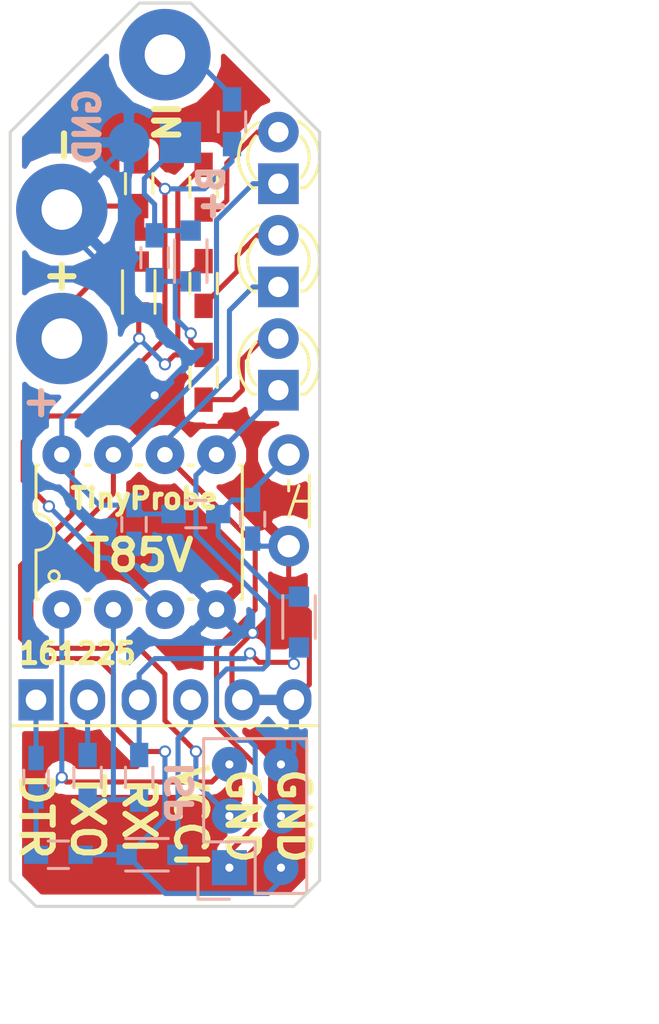
<source format=kicad_pcb>
(kicad_pcb (version 4) (host pcbnew 4.0.4-stable)

  (general
    (links 48)
    (no_connects 0)
    (area 140.894999 81.204999 156.285001 125.805001)
    (thickness 1.6)
    (drawings 29)
    (tracks 219)
    (zones 0)
    (modules 28)
    (nets 20)
  )

  (page A4)
  (layers
    (0 F.Cu signal)
    (31 B.Cu signal)
    (32 B.Adhes user)
    (33 F.Adhes user)
    (34 B.Paste user)
    (35 F.Paste user)
    (36 B.SilkS user)
    (37 F.SilkS user)
    (38 B.Mask user)
    (39 F.Mask user)
    (40 Dwgs.User user)
    (41 Cmts.User user)
    (42 Eco1.User user)
    (43 Eco2.User user)
    (44 Edge.Cuts user)
    (45 Margin user)
    (46 B.CrtYd user)
    (47 F.CrtYd user)
    (48 B.Fab user)
    (49 F.Fab user)
  )

  (setup
    (last_trace_width 0.25)
    (trace_clearance 0.2)
    (zone_clearance 0.508)
    (zone_45_only no)
    (trace_min 0.2)
    (segment_width 0.2)
    (edge_width 0.15)
    (via_size 0.6)
    (via_drill 0.4)
    (via_min_size 0.4)
    (via_min_drill 0.3)
    (uvia_size 0.3)
    (uvia_drill 0.1)
    (uvias_allowed no)
    (uvia_min_size 0.2)
    (uvia_min_drill 0.1)
    (pcb_text_width 0.3)
    (pcb_text_size 1.5 1.5)
    (mod_edge_width 0.15)
    (mod_text_size 1 1)
    (mod_text_width 0.15)
    (pad_size 1.524 1.524)
    (pad_drill 0.762)
    (pad_to_mask_clearance 0.2)
    (aux_axis_origin 0 0)
    (visible_elements FFFFFF7F)
    (pcbplotparams
      (layerselection 0x00030_80000001)
      (usegerberextensions false)
      (excludeedgelayer true)
      (linewidth 0.100000)
      (plotframeref false)
      (viasonmask false)
      (mode 1)
      (useauxorigin false)
      (hpglpennumber 1)
      (hpglpenspeed 20)
      (hpglpendiameter 15)
      (hpglpenoverlay 2)
      (psnegative false)
      (psa4output false)
      (plotreference true)
      (plotvalue true)
      (plotinvisibletext false)
      (padsonsilk false)
      (subtractmaskfromsilk false)
      (outputformat 1)
      (mirror false)
      (drillshape 1)
      (scaleselection 1)
      (outputdirectory ""))
  )

  (net 0 "")
  (net 1 VCC)
  (net 2 GND)
  (net 3 /RST)
  (net 4 "Net-(D2-Pad2)")
  (net 5 "Net-(D3-Pad2)")
  (net 6 "Net-(D4-Pad2)")
  (net 7 /DTXRX)
  (net 8 "Net-(C3-Pad2)")
  (net 9 /BTN_OUT)
  (net 10 /DTR)
  (net 11 /PVCC)
  (net 12 /SCK_R)
  (net 13 /MISO_G)
  (net 14 /MOSI_Y)
  (net 15 /FVCC)
  (net 16 /PROBE)
  (net 17 /PRBR)
  (net 18 /TX)
  (net 19 "Net-(D7-Pad2)")

  (net_class Default "This is the default net class."
    (clearance 0.2)
    (trace_width 0.25)
    (via_dia 0.6)
    (via_drill 0.4)
    (uvia_dia 0.3)
    (uvia_drill 0.1)
    (add_net /BTN_OUT)
    (add_net /DTR)
    (add_net /DTXRX)
    (add_net /FVCC)
    (add_net /MISO_G)
    (add_net /MOSI_Y)
    (add_net /PRBR)
    (add_net /PROBE)
    (add_net /PVCC)
    (add_net /RST)
    (add_net /SCK_R)
    (add_net /TX)
    (add_net GND)
    (add_net "Net-(C3-Pad2)")
    (add_net "Net-(D2-Pad2)")
    (add_net "Net-(D3-Pad2)")
    (add_net "Net-(D4-Pad2)")
    (add_net "Net-(D7-Pad2)")
    (add_net VCC)
  )

  (module Pin_Headers:Pin_Header_Straight_1x02 (layer B.Cu) (tedit 585FFBC7) (tstamp 585FD65B)
    (at 149.352 88.138 90)
    (descr "Through hole pin header")
    (tags "pin header")
    (path /585FD3AE)
    (fp_text reference P6 (at 0 5.1 90) (layer B.SilkS) hide
      (effects (font (size 1 1) (thickness 0.15)) (justify mirror))
    )
    (fp_text value MLIPO (at 0 3.1 90) (layer B.Fab) hide
      (effects (font (size 1 1) (thickness 0.15)) (justify mirror))
    )
    (fp_line (start -1.75 1.75) (end -1.75 -4.3) (layer B.CrtYd) (width 0.05))
    (fp_line (start 1.75 1.75) (end 1.75 -4.3) (layer B.CrtYd) (width 0.05))
    (fp_line (start -1.75 1.75) (end 1.75 1.75) (layer B.CrtYd) (width 0.05))
    (fp_line (start -1.75 -4.3) (end 1.75 -4.3) (layer B.CrtYd) (width 0.05))
    (pad 1 smd rect (at 0 0 90) (size 2.032 2.032) (layers B.Cu B.Paste B.Mask)
      (net 19 "Net-(D7-Pad2)"))
    (pad 2 smd oval (at 0 -2.54 90) (size 2.032 2.032) (layers B.Cu B.Paste B.Mask)
      (net 2 GND))
  )

  (module Socket_Strips:Socket_Strip_Angled_1x06 (layer F.Cu) (tedit 585FFA0E) (tstamp 585E90E7)
    (at 142.24 115.57)
    (descr "Through hole socket strip")
    (tags "socket strip")
    (path /585E9039)
    (fp_text reference P5 (at 0 -4.75 90) (layer F.SilkS) hide
      (effects (font (size 1 1) (thickness 0.15)))
    )
    (fp_text value FTDI_CN (at 0 -2.75) (layer F.Fab) hide
      (effects (font (size 1 1) (thickness 0.15)))
    )
    (fp_line (start -1.75 -1.5) (end -1.75 10.6) (layer F.CrtYd) (width 0.05))
    (fp_line (start 14.45 -1.5) (end 14.45 10.6) (layer F.CrtYd) (width 0.05))
    (fp_line (start -1.75 -1.5) (end 14.45 -1.5) (layer F.CrtYd) (width 0.05))
    (fp_line (start -1.75 10.6) (end 14.45 10.6) (layer F.CrtYd) (width 0.05))
    (fp_line (start 11.43 1.27) (end 13.97 1.27) (layer F.SilkS) (width 0.15))
    (fp_line (start 8.89 1.27) (end 11.43 1.27) (layer F.SilkS) (width 0.15))
    (fp_line (start 6.35 1.27) (end 8.89 1.27) (layer F.SilkS) (width 0.15))
    (fp_line (start 3.81 1.27) (end 6.35 1.27) (layer F.SilkS) (width 0.15))
    (fp_line (start 1.27 1.27) (end 3.81 1.27) (layer F.SilkS) (width 0.15))
    (fp_line (start -1.27 1.27) (end 1.27 1.27) (layer F.SilkS) (width 0.15))
    (pad 1 thru_hole rect (at 0 0) (size 1.7272 2.032) (drill 1.016) (layers *.Cu *.Mask)
      (net 10 /DTR))
    (pad 2 thru_hole oval (at 2.54 0) (size 1.7272 2.032) (drill 1.016) (layers *.Cu *.Mask)
      (net 18 /TX))
    (pad 3 thru_hole oval (at 5.08 0) (size 1.7272 2.032) (drill 1.016) (layers *.Cu *.Mask)
      (net 9 /BTN_OUT))
    (pad 4 thru_hole oval (at 7.62 0) (size 1.7272 2.032) (drill 1.016) (layers *.Cu *.Mask)
      (net 15 /FVCC))
    (pad 5 thru_hole oval (at 10.16 0) (size 1.7272 2.032) (drill 1.016) (layers *.Cu *.Mask)
      (net 2 GND))
    (pad 6 thru_hole oval (at 12.7 0) (size 1.7272 2.032) (drill 1.016) (layers *.Cu *.Mask)
      (net 2 GND))
    (model Pin_Headers.3dshapes/Pin_Header_Angled_1x06.wrl
      (at (xyz 0.25 0 0))
      (scale (xyz 1 1 1))
      (rotate (xyz 0 0 180))
    )
  )

  (module Buttons_Switches_ThroughHole:SW_PUSH_6mm (layer F.Cu) (tedit 585FE81C) (tstamp 585F1667)
    (at 154.686 103.505)
    (descr https://www.omron.com/ecb/products/pdf/en-b3f.pdf)
    (tags "tact sw push 6mm")
    (path /585EF904)
    (fp_text reference SW1 (at 0 -2.032) (layer F.SilkS) hide
      (effects (font (size 1 1) (thickness 0.15)))
    )
    (fp_text value SW_PUSH_SMALL_H (at 0 6.7) (layer F.Fab) hide
      (effects (font (size 1 1) (thickness 0.15)))
    )
    (fp_line (start 1.016 1.016) (end 1.016 3.556) (layer F.SilkS) (width 0.15))
    (fp_line (start 0.254 2.286) (end 1.016 2.286) (layer F.SilkS) (width 0.15))
    (fp_line (start 0 1.27) (end 0 1.778) (layer F.SilkS) (width 0.15))
    (fp_line (start 0 3.048) (end 0.508 1.524) (layer F.SilkS) (width 0.15))
    (pad 2 thru_hole circle (at 0 4.5 90) (size 2 2) (drill 1.1) (layers *.Cu *.Mask)
      (net 2 GND))
    (pad 1 thru_hole circle (at 0 0 90) (size 2 2) (drill 1.1) (layers *.Cu *.Mask)
      (net 8 "Net-(C3-Pad2)"))
    (model Buttons_Switches_ThroughHole.3dshapes/SW_PUSH_6mm.wrl
      (at (xyz 0.005 0 0))
      (scale (xyz 0.3937 0.3937 0.3937))
      (rotate (xyz 0 0 0))
    )
  )

  (module Pin_Headers:Pin_Header_Straight_2x03 (layer B.Cu) (tedit 585FE7D7) (tstamp 585E90DD)
    (at 151.765 123.825)
    (descr "Through hole pin header")
    (tags "pin header")
    (path /585E6C7E)
    (fp_text reference P4 (at 0 5.1) (layer B.SilkS) hide
      (effects (font (size 1 1) (thickness 0.15)) (justify mirror))
    )
    (fp_text value AVR_ISP (at 0 3.1) (layer B.Fab) hide
      (effects (font (size 1 1) (thickness 0.15)) (justify mirror))
    )
    (fp_line (start -1.27 -1.27) (end -1.27 -6.35) (layer B.SilkS) (width 0.15))
    (fp_line (start -1.55 1.55) (end 0 1.55) (layer B.SilkS) (width 0.15))
    (fp_line (start -1.75 1.75) (end -1.75 -6.85) (layer B.CrtYd) (width 0.05))
    (fp_line (start 4.3 1.75) (end 4.3 -6.85) (layer B.CrtYd) (width 0.05))
    (fp_line (start -1.75 1.75) (end 4.3 1.75) (layer B.CrtYd) (width 0.05))
    (fp_line (start -1.75 -6.85) (end 4.3 -6.85) (layer B.CrtYd) (width 0.05))
    (fp_line (start 1.27 1.27) (end 1.27 -1.27) (layer B.SilkS) (width 0.15))
    (fp_line (start 1.27 -1.27) (end -1.27 -1.27) (layer B.SilkS) (width 0.15))
    (fp_line (start -1.27 -6.35) (end 3.81 -6.35) (layer B.SilkS) (width 0.15))
    (fp_line (start 3.81 -6.35) (end 3.81 -1.27) (layer B.SilkS) (width 0.15))
    (fp_line (start -1.55 1.55) (end -1.55 0) (layer B.SilkS) (width 0.15))
    (fp_line (start 3.81 1.27) (end 1.27 1.27) (layer B.SilkS) (width 0.15))
    (fp_line (start 3.81 -1.27) (end 3.81 1.27) (layer B.SilkS) (width 0.15))
    (pad 1 smd rect (at 0 0) (size 1.7272 1.7272) (layers B.Cu B.Paste B.Mask)
      (net 13 /MISO_G))
    (pad 2 smd oval (at 2.54 0) (size 1.7272 1.7272) (layers B.Cu B.Paste B.Mask)
      (net 1 VCC))
    (pad 3 smd oval (at 0 -2.54) (size 1.7272 1.7272) (layers B.Cu B.Paste B.Mask)
      (net 12 /SCK_R))
    (pad 4 smd oval (at 2.54 -2.54) (size 1.7272 1.7272) (layers B.Cu B.Paste B.Mask)
      (net 14 /MOSI_Y))
    (pad 5 smd oval (at 0 -5.08) (size 1.7272 1.7272) (layers B.Cu B.Paste B.Mask)
      (net 3 /RST))
    (pad 6 smd oval (at 2.54 -5.08) (size 1.7272 1.7272) (layers B.Cu B.Paste B.Mask)
      (net 2 GND))
  )

  (module Capacitors_SMD:C_0603_HandSoldering (layer B.Cu) (tedit 585FE811) (tstamp 585E9094)
    (at 147.066 106.934 270)
    (descr "Capacitor SMD 0603, hand soldering")
    (tags "capacitor 0603")
    (path /585E8548)
    (attr smd)
    (fp_text reference C1 (at 0 1.9 270) (layer B.SilkS) hide
      (effects (font (size 1 1) (thickness 0.15)) (justify mirror))
    )
    (fp_text value 1u (at 0 -1.9 270) (layer B.Fab) hide
      (effects (font (size 1 1) (thickness 0.15)) (justify mirror))
    )
    (fp_line (start -0.8 -0.4) (end -0.8 0.4) (layer B.Fab) (width 0.15))
    (fp_line (start 0.8 -0.4) (end -0.8 -0.4) (layer B.Fab) (width 0.15))
    (fp_line (start 0.8 0.4) (end 0.8 -0.4) (layer B.Fab) (width 0.15))
    (fp_line (start -0.8 0.4) (end 0.8 0.4) (layer B.Fab) (width 0.15))
    (fp_line (start -1.85 0.75) (end 1.85 0.75) (layer B.CrtYd) (width 0.05))
    (fp_line (start -1.85 -0.75) (end 1.85 -0.75) (layer B.CrtYd) (width 0.05))
    (fp_line (start -1.85 0.75) (end -1.85 -0.75) (layer B.CrtYd) (width 0.05))
    (fp_line (start 1.85 0.75) (end 1.85 -0.75) (layer B.CrtYd) (width 0.05))
    (fp_line (start -0.35 0.6) (end 0.35 0.6) (layer B.SilkS) (width 0.15))
    (fp_line (start 0.35 -0.6) (end -0.35 -0.6) (layer B.SilkS) (width 0.15))
    (pad 1 smd rect (at -0.95 0 270) (size 1.2 0.75) (layers B.Cu B.Paste B.Mask)
      (net 1 VCC))
    (pad 2 smd rect (at 0.95 0 270) (size 1.2 0.75) (layers B.Cu B.Paste B.Mask)
      (net 2 GND))
    (model Capacitors_SMD.3dshapes/C_0603_HandSoldering.wrl
      (at (xyz 0 0 0))
      (scale (xyz 1 1 1))
      (rotate (xyz 0 0 0))
    )
  )

  (module Capacitors_SMD:C_0603_HandSoldering (layer B.Cu) (tedit 585FE7C2) (tstamp 585E909A)
    (at 142.24 119.38 270)
    (descr "Capacitor SMD 0603, hand soldering")
    (tags "capacitor 0603")
    (path /585E9899)
    (attr smd)
    (fp_text reference C2 (at 0 1.9 270) (layer B.SilkS) hide
      (effects (font (size 1 1) (thickness 0.15)) (justify mirror))
    )
    (fp_text value 1u (at 0 -1.9 270) (layer B.Fab) hide
      (effects (font (size 1 1) (thickness 0.15)) (justify mirror))
    )
    (fp_line (start -0.8 -0.4) (end -0.8 0.4) (layer B.Fab) (width 0.15))
    (fp_line (start 0.8 -0.4) (end -0.8 -0.4) (layer B.Fab) (width 0.15))
    (fp_line (start 0.8 0.4) (end 0.8 -0.4) (layer B.Fab) (width 0.15))
    (fp_line (start -0.8 0.4) (end 0.8 0.4) (layer B.Fab) (width 0.15))
    (fp_line (start -1.85 0.75) (end 1.85 0.75) (layer B.CrtYd) (width 0.05))
    (fp_line (start -1.85 -0.75) (end 1.85 -0.75) (layer B.CrtYd) (width 0.05))
    (fp_line (start -1.85 0.75) (end -1.85 -0.75) (layer B.CrtYd) (width 0.05))
    (fp_line (start 1.85 0.75) (end 1.85 -0.75) (layer B.CrtYd) (width 0.05))
    (fp_line (start -0.35 0.6) (end 0.35 0.6) (layer B.SilkS) (width 0.15))
    (fp_line (start 0.35 -0.6) (end -0.35 -0.6) (layer B.SilkS) (width 0.15))
    (pad 1 smd rect (at -0.95 0 270) (size 1.2 0.75) (layers B.Cu B.Paste B.Mask)
      (net 10 /DTR))
    (pad 2 smd rect (at 0.95 0 270) (size 1.2 0.75) (layers B.Cu B.Paste B.Mask)
      (net 3 /RST))
    (model Capacitors_SMD.3dshapes/C_0603_HandSoldering.wrl
      (at (xyz 0 0 0))
      (scale (xyz 1 1 1))
      (rotate (xyz 0 0 0))
    )
  )

  (module Diodes_SMD:SOD-323_HandSoldering (layer F.Cu) (tedit 585FE86C) (tstamp 585E90A0)
    (at 147.3 95.25 90)
    (descr SOD-323)
    (tags SOD-323)
    (path /585ED38D)
    (attr smd)
    (fp_text reference D1 (at 0 -1.85 90) (layer F.SilkS) hide
      (effects (font (size 1 1) (thickness 0.15)))
    )
    (fp_text value SMD (at 0.1 1.9 90) (layer F.Fab) hide
      (effects (font (size 1 1) (thickness 0.15)))
    )
    (fp_line (start 0.2 0) (end 0.45 0) (layer F.Fab) (width 0.15))
    (fp_line (start 0.2 0.35) (end -0.3 0) (layer F.Fab) (width 0.15))
    (fp_line (start 0.2 -0.35) (end 0.2 0.35) (layer F.Fab) (width 0.15))
    (fp_line (start -0.3 0) (end 0.2 -0.35) (layer F.Fab) (width 0.15))
    (fp_line (start -0.3 0) (end -0.5 0) (layer F.Fab) (width 0.15))
    (fp_line (start -0.3 -0.35) (end -0.3 0.35) (layer F.Fab) (width 0.15))
    (fp_line (start -0.85 0.65) (end -0.85 -0.65) (layer F.Fab) (width 0.15))
    (fp_line (start 0.85 0.65) (end -0.85 0.65) (layer F.Fab) (width 0.15))
    (fp_line (start 0.85 -0.65) (end 0.85 0.65) (layer F.Fab) (width 0.15))
    (fp_line (start -0.85 -0.65) (end 0.85 -0.65) (layer F.Fab) (width 0.15))
    (fp_line (start -1.9 -0.95) (end 1.9 -0.95) (layer F.CrtYd) (width 0.05))
    (fp_line (start 1.9 -0.95) (end 1.9 0.95) (layer F.CrtYd) (width 0.05))
    (fp_line (start -1.9 0.95) (end 1.9 0.95) (layer F.CrtYd) (width 0.05))
    (fp_line (start -1.9 -0.95) (end -1.9 0.95) (layer F.CrtYd) (width 0.05))
    (fp_line (start -1.3 0.8) (end 0.8 0.8) (layer F.SilkS) (width 0.15))
    (fp_line (start -1.3 -0.8) (end 0.8 -0.8) (layer F.SilkS) (width 0.15))
    (pad 1 smd rect (at -1.25 0 90) (size 1 1) (layers F.Cu F.Paste F.Mask)
      (net 1 VCC))
    (pad 2 smd rect (at 1.25 0 90) (size 1 1) (layers F.Cu F.Paste F.Mask)
      (net 11 /PVCC))
    (model Diodes_SMD.3dshapes/SOD-323.wrl
      (at (xyz 0 0 0))
      (scale (xyz 1 1 1))
      (rotate (xyz 0 0 180))
    )
  )

  (module LEDs:LED-3MM (layer F.Cu) (tedit 585FE8B3) (tstamp 585E90A6)
    (at 154.178 90.17 90)
    (descr "LED 3mm round vertical")
    (tags "LED  3mm round vertical")
    (path /585E71DF)
    (fp_text reference D2 (at 1.91 3.06 90) (layer F.SilkS) hide
      (effects (font (size 1 1) (thickness 0.15)))
    )
    (fp_text value RED (at 1.3 -2.9 90) (layer F.Fab) hide
      (effects (font (size 1 1) (thickness 0.15)))
    )
    (fp_line (start -1.2 2.3) (end 3.8 2.3) (layer F.CrtYd) (width 0.05))
    (fp_line (start 3.8 2.3) (end 3.8 -2.2) (layer F.CrtYd) (width 0.05))
    (fp_line (start 3.8 -2.2) (end -1.2 -2.2) (layer F.CrtYd) (width 0.05))
    (fp_line (start -1.2 -2.2) (end -1.2 2.3) (layer F.CrtYd) (width 0.05))
    (fp_line (start -0.199 1.314) (end -0.199 1.114) (layer F.SilkS) (width 0.15))
    (fp_line (start -0.199 -1.28) (end -0.199 -1.1) (layer F.SilkS) (width 0.15))
    (fp_arc (start 1.301 0.034) (end -0.199 -1.286) (angle 108.5) (layer F.SilkS) (width 0.15))
    (fp_arc (start 1.301 0.034) (end 0.25 -1.1) (angle 85.7) (layer F.SilkS) (width 0.15))
    (fp_arc (start 1.311 0.034) (end 3.051 0.994) (angle 110) (layer F.SilkS) (width 0.15))
    (fp_arc (start 1.301 0.034) (end 2.335 1.094) (angle 87.5) (layer F.SilkS) (width 0.15))
    (fp_text user K (at -1.69 1.74 90) (layer F.SilkS) hide
      (effects (font (size 1 1) (thickness 0.15)))
    )
    (pad 1 thru_hole rect (at 0 0 180) (size 2 2) (drill 1.00076) (layers *.Cu *.Mask)
      (net 12 /SCK_R))
    (pad 2 thru_hole circle (at 2.54 0 90) (size 2 2) (drill 1.00076) (layers *.Cu *.Mask)
      (net 4 "Net-(D2-Pad2)"))
    (model LEDs.3dshapes/LED-3MM.wrl
      (at (xyz 0.05 0 0))
      (scale (xyz 1 1 1))
      (rotate (xyz 0 0 90))
    )
  )

  (module LEDs:LED-3MM (layer F.Cu) (tedit 585FE860) (tstamp 585E90AC)
    (at 154.178 95.25 90)
    (descr "LED 3mm round vertical")
    (tags "LED  3mm round vertical")
    (path /585E7209)
    (fp_text reference D3 (at 1.91 3.06 90) (layer F.SilkS) hide
      (effects (font (size 1 1) (thickness 0.15)))
    )
    (fp_text value GRN (at 1.3 -2.9 90) (layer F.Fab) hide
      (effects (font (size 1 1) (thickness 0.15)))
    )
    (fp_line (start -1.2 2.3) (end 3.8 2.3) (layer F.CrtYd) (width 0.05))
    (fp_line (start 3.8 2.3) (end 3.8 -2.2) (layer F.CrtYd) (width 0.05))
    (fp_line (start 3.8 -2.2) (end -1.2 -2.2) (layer F.CrtYd) (width 0.05))
    (fp_line (start -1.2 -2.2) (end -1.2 2.3) (layer F.CrtYd) (width 0.05))
    (fp_line (start -0.199 1.314) (end -0.199 1.114) (layer F.SilkS) (width 0.15))
    (fp_line (start -0.199 -1.28) (end -0.199 -1.1) (layer F.SilkS) (width 0.15))
    (fp_arc (start 1.301 0.034) (end -0.199 -1.286) (angle 108.5) (layer F.SilkS) (width 0.15))
    (fp_arc (start 1.301 0.034) (end 0.25 -1.1) (angle 85.7) (layer F.SilkS) (width 0.15))
    (fp_arc (start 1.311 0.034) (end 3.051 0.994) (angle 110) (layer F.SilkS) (width 0.15))
    (fp_arc (start 1.301 0.034) (end 2.335 1.094) (angle 87.5) (layer F.SilkS) (width 0.15))
    (fp_text user K (at -1.69 1.74 90) (layer F.SilkS) hide
      (effects (font (size 1 1) (thickness 0.15)))
    )
    (pad 1 thru_hole rect (at 0 0 180) (size 2 2) (drill 1.00076) (layers *.Cu *.Mask)
      (net 13 /MISO_G))
    (pad 2 thru_hole circle (at 2.54 0 90) (size 2 2) (drill 1.00076) (layers *.Cu *.Mask)
      (net 5 "Net-(D3-Pad2)"))
    (model LEDs.3dshapes/LED-3MM.wrl
      (at (xyz 0.05 0 0))
      (scale (xyz 1 1 1))
      (rotate (xyz 0 0 90))
    )
  )

  (module LEDs:LED-3MM (layer F.Cu) (tedit 585FE84F) (tstamp 585E90B2)
    (at 154.178 100.33 90)
    (descr "LED 3mm round vertical")
    (tags "LED  3mm round vertical")
    (path /585E7225)
    (fp_text reference D4 (at 1.91 3.06 90) (layer F.SilkS) hide
      (effects (font (size 1 1) (thickness 0.15)))
    )
    (fp_text value YEL (at 1.3 -2.9 90) (layer F.Fab) hide
      (effects (font (size 1 1) (thickness 0.15)))
    )
    (fp_line (start -1.2 2.3) (end 3.8 2.3) (layer F.CrtYd) (width 0.05))
    (fp_line (start 3.8 2.3) (end 3.8 -2.2) (layer F.CrtYd) (width 0.05))
    (fp_line (start 3.8 -2.2) (end -1.2 -2.2) (layer F.CrtYd) (width 0.05))
    (fp_line (start -1.2 -2.2) (end -1.2 2.3) (layer F.CrtYd) (width 0.05))
    (fp_line (start -0.199 1.314) (end -0.199 1.114) (layer F.SilkS) (width 0.15))
    (fp_line (start -0.199 -1.28) (end -0.199 -1.1) (layer F.SilkS) (width 0.15))
    (fp_arc (start 1.301 0.034) (end -0.199 -1.286) (angle 108.5) (layer F.SilkS) (width 0.15))
    (fp_arc (start 1.301 0.034) (end 0.25 -1.1) (angle 85.7) (layer F.SilkS) (width 0.15))
    (fp_arc (start 1.311 0.034) (end 3.051 0.994) (angle 110) (layer F.SilkS) (width 0.15))
    (fp_arc (start 1.301 0.034) (end 2.335 1.094) (angle 87.5) (layer F.SilkS) (width 0.15))
    (fp_text user K (at -1.69 1.74 90) (layer F.SilkS) hide
      (effects (font (size 1 1) (thickness 0.15)))
    )
    (pad 1 thru_hole rect (at 0 0 180) (size 2 2) (drill 1.00076) (layers *.Cu *.Mask)
      (net 14 /MOSI_Y))
    (pad 2 thru_hole circle (at 2.54 0 90) (size 2 2) (drill 1.00076) (layers *.Cu *.Mask)
      (net 6 "Net-(D4-Pad2)"))
    (model LEDs.3dshapes/LED-3MM.wrl
      (at (xyz 0.05 0 0))
      (scale (xyz 1 1 1))
      (rotate (xyz 0 0 90))
    )
  )

  (module Diodes_SMD:SOD-323_HandSoldering (layer B.Cu) (tedit 585FE7CF) (tstamp 585E90B8)
    (at 147.955 123.19)
    (descr SOD-323)
    (tags SOD-323)
    (path /585ECFF5)
    (attr smd)
    (fp_text reference D5 (at 0 1.85) (layer B.SilkS) hide
      (effects (font (size 1 1) (thickness 0.15)) (justify mirror))
    )
    (fp_text value SMD (at 0.1 -1.9) (layer B.Fab) hide
      (effects (font (size 1 1) (thickness 0.15)) (justify mirror))
    )
    (fp_line (start 0.2 0) (end 0.45 0) (layer B.Fab) (width 0.15))
    (fp_line (start 0.2 -0.35) (end -0.3 0) (layer B.Fab) (width 0.15))
    (fp_line (start 0.2 0.35) (end 0.2 -0.35) (layer B.Fab) (width 0.15))
    (fp_line (start -0.3 0) (end 0.2 0.35) (layer B.Fab) (width 0.15))
    (fp_line (start -0.3 0) (end -0.5 0) (layer B.Fab) (width 0.15))
    (fp_line (start -0.3 0.35) (end -0.3 -0.35) (layer B.Fab) (width 0.15))
    (fp_line (start -0.85 -0.65) (end -0.85 0.65) (layer B.Fab) (width 0.15))
    (fp_line (start 0.85 -0.65) (end -0.85 -0.65) (layer B.Fab) (width 0.15))
    (fp_line (start 0.85 0.65) (end 0.85 -0.65) (layer B.Fab) (width 0.15))
    (fp_line (start -0.85 0.65) (end 0.85 0.65) (layer B.Fab) (width 0.15))
    (fp_line (start -1.9 0.95) (end 1.9 0.95) (layer B.CrtYd) (width 0.05))
    (fp_line (start 1.9 0.95) (end 1.9 -0.95) (layer B.CrtYd) (width 0.05))
    (fp_line (start -1.9 -0.95) (end 1.9 -0.95) (layer B.CrtYd) (width 0.05))
    (fp_line (start -1.9 0.95) (end -1.9 -0.95) (layer B.CrtYd) (width 0.05))
    (fp_line (start -1.3 -0.8) (end 0.8 -0.8) (layer B.SilkS) (width 0.15))
    (fp_line (start -1.3 0.8) (end 0.8 0.8) (layer B.SilkS) (width 0.15))
    (pad 1 smd rect (at -1.25 0) (size 1 1) (layers B.Cu B.Paste B.Mask)
      (net 1 VCC))
    (pad 2 smd rect (at 1.25 0) (size 1 1) (layers B.Cu B.Paste B.Mask)
      (net 15 /FVCC))
    (model Diodes_SMD.3dshapes/SOD-323.wrl
      (at (xyz 0 0 0))
      (scale (xyz 1 1 1))
      (rotate (xyz 0 0 180))
    )
  )

  (module Power_Integrations:PDIP-8 (layer F.Cu) (tedit 585FE80C) (tstamp 585E90C4)
    (at 147.32 107.315)
    (descr "PDIP-8 Standard 300mil 8pin Dual In Line Package")
    (tags "Power Integrations P Package")
    (path /585E6BD7)
    (fp_text reference IC1 (at 0 0) (layer F.SilkS) hide
      (effects (font (size 1 1) (thickness 0.15)))
    )
    (fp_text value ATTINY85-P (at 0 2.54) (layer F.Fab) hide
      (effects (font (size 1 1) (thickness 0.15)))
    )
    (fp_line (start -5.08 0.889) (end -5.08 3.302) (layer F.SilkS) (width 0.15))
    (fp_line (start -5.08 -0.889) (end -5.08 -3.302) (layer F.SilkS) (width 0.15))
    (fp_arc (start -5.08 0) (end -4.191 0) (angle 90) (layer F.SilkS) (width 0.15))
    (fp_arc (start -5.08 0) (end -5.08 -0.889) (angle 90) (layer F.SilkS) (width 0.15))
    (fp_circle (center -4.191 2.159) (end -3.937 2.159) (layer F.SilkS) (width 0.15))
    (fp_line (start 5.08 3.302) (end 4.953 3.302) (layer F.SilkS) (width 0.15))
    (fp_line (start 2.413 3.302) (end 2.667 3.302) (layer F.SilkS) (width 0.15))
    (fp_line (start -0.127 3.302) (end 0.127 3.302) (layer F.SilkS) (width 0.15))
    (fp_line (start -2.667 3.302) (end -2.413 3.302) (layer F.SilkS) (width 0.15))
    (fp_line (start -5.08 3.302) (end -4.953 3.302) (layer F.SilkS) (width 0.15))
    (fp_line (start -5.08 -3.302) (end -4.953 -3.302) (layer F.SilkS) (width 0.15))
    (fp_line (start 5.08 -3.302) (end 4.953 -3.302) (layer F.SilkS) (width 0.15))
    (fp_line (start 2.413 -3.302) (end 2.667 -3.302) (layer F.SilkS) (width 0.15))
    (fp_line (start -0.127 -3.302) (end 0.127 -3.302) (layer F.SilkS) (width 0.15))
    (fp_line (start -2.667 -3.302) (end -2.413 -3.302) (layer F.SilkS) (width 0.15))
    (fp_line (start 5.08 3.302) (end 5.08 -3.302) (layer F.SilkS) (width 0.15))
    (pad 1 thru_hole circle (at -3.81 3.81) (size 1.905 1.905) (drill 0.762) (layers *.Cu *.Mask)
      (net 3 /RST))
    (pad 2 thru_hole circle (at -1.27 3.81) (size 1.905 1.905) (drill 0.762) (layers *.Cu *.Mask)
      (net 7 /DTXRX))
    (pad 3 thru_hole circle (at 1.27 3.81) (size 1.905 1.905) (drill 0.762) (layers *.Cu *.Mask)
      (net 16 /PROBE))
    (pad 4 thru_hole circle (at 3.81 3.81) (size 1.905 1.905) (drill 0.762) (layers *.Cu *.Mask)
      (net 2 GND))
    (pad 5 thru_hole circle (at 3.81 -3.81) (size 1.905 1.905) (drill 0.762) (layers *.Cu *.Mask)
      (net 14 /MOSI_Y))
    (pad 6 thru_hole circle (at 1.27 -3.81) (size 1.905 1.905) (drill 0.762) (layers *.Cu *.Mask)
      (net 13 /MISO_G))
    (pad 7 thru_hole circle (at -1.27 -3.81) (size 1.905 1.905) (drill 0.762) (layers *.Cu *.Mask)
      (net 12 /SCK_R))
    (pad 8 thru_hole circle (at -3.81 -3.81) (size 1.905 1.905) (drill 0.762) (layers *.Cu *.Mask)
      (net 1 VCC))
  )

  (module Resistors_SMD:R_0603_HandSoldering (layer B.Cu) (tedit 585FE8CF) (tstamp 585E90ED)
    (at 151.892 87.122 90)
    (descr "Resistor SMD 0603, hand soldering")
    (tags "resistor 0603")
    (path /585E7CA4)
    (attr smd)
    (fp_text reference R1 (at 0 1.9 90) (layer B.SilkS) hide
      (effects (font (size 1 1) (thickness 0.15)) (justify mirror))
    )
    (fp_text value 1k (at 0 -1.9 90) (layer B.Fab) hide
      (effects (font (size 1 1) (thickness 0.15)) (justify mirror))
    )
    (fp_line (start -0.8 -0.4) (end -0.8 0.4) (layer B.Fab) (width 0.1))
    (fp_line (start 0.8 -0.4) (end -0.8 -0.4) (layer B.Fab) (width 0.1))
    (fp_line (start 0.8 0.4) (end 0.8 -0.4) (layer B.Fab) (width 0.1))
    (fp_line (start -0.8 0.4) (end 0.8 0.4) (layer B.Fab) (width 0.1))
    (fp_line (start -2 0.8) (end 2 0.8) (layer B.CrtYd) (width 0.05))
    (fp_line (start -2 -0.8) (end 2 -0.8) (layer B.CrtYd) (width 0.05))
    (fp_line (start -2 0.8) (end -2 -0.8) (layer B.CrtYd) (width 0.05))
    (fp_line (start 2 0.8) (end 2 -0.8) (layer B.CrtYd) (width 0.05))
    (fp_line (start 0.5 -0.675) (end -0.5 -0.675) (layer B.SilkS) (width 0.15))
    (fp_line (start -0.5 0.675) (end 0.5 0.675) (layer B.SilkS) (width 0.15))
    (pad 1 smd rect (at -1.1 0 90) (size 1.2 0.9) (layers B.Cu B.Paste B.Mask)
      (net 16 /PROBE))
    (pad 2 smd rect (at 1.1 0 90) (size 1.2 0.9) (layers B.Cu B.Paste B.Mask)
      (net 17 /PRBR))
    (model Resistors_SMD.3dshapes/R_0603_HandSoldering.wrl
      (at (xyz 0 0 0))
      (scale (xyz 1 1 1))
      (rotate (xyz 0 0 0))
    )
  )

  (module Resistors_SMD:R_0603_HandSoldering (layer F.Cu) (tedit 585FE8C6) (tstamp 585E90F3)
    (at 147.32 90.17 270)
    (descr "Resistor SMD 0603, hand soldering")
    (tags "resistor 0603")
    (path /585E7A33)
    (attr smd)
    (fp_text reference R2 (at 0 -1.9 270) (layer F.SilkS) hide
      (effects (font (size 1 1) (thickness 0.15)))
    )
    (fp_text value 1M (at 0 1.9 270) (layer F.Fab) hide
      (effects (font (size 1 1) (thickness 0.15)))
    )
    (fp_line (start -0.8 0.4) (end -0.8 -0.4) (layer F.Fab) (width 0.1))
    (fp_line (start 0.8 0.4) (end -0.8 0.4) (layer F.Fab) (width 0.1))
    (fp_line (start 0.8 -0.4) (end 0.8 0.4) (layer F.Fab) (width 0.1))
    (fp_line (start -0.8 -0.4) (end 0.8 -0.4) (layer F.Fab) (width 0.1))
    (fp_line (start -2 -0.8) (end 2 -0.8) (layer F.CrtYd) (width 0.05))
    (fp_line (start -2 0.8) (end 2 0.8) (layer F.CrtYd) (width 0.05))
    (fp_line (start -2 -0.8) (end -2 0.8) (layer F.CrtYd) (width 0.05))
    (fp_line (start 2 -0.8) (end 2 0.8) (layer F.CrtYd) (width 0.05))
    (fp_line (start 0.5 0.675) (end -0.5 0.675) (layer F.SilkS) (width 0.15))
    (fp_line (start -0.5 -0.675) (end 0.5 -0.675) (layer F.SilkS) (width 0.15))
    (pad 1 smd rect (at -1.1 0 270) (size 1.2 0.9) (layers F.Cu F.Paste F.Mask)
      (net 16 /PROBE))
    (pad 2 smd rect (at 1.1 0 270) (size 1.2 0.9) (layers F.Cu F.Paste F.Mask)
      (net 2 GND))
    (model Resistors_SMD.3dshapes/R_0603_HandSoldering.wrl
      (at (xyz 0 0 0))
      (scale (xyz 1 1 1))
      (rotate (xyz 0 0 0))
    )
  )

  (module Resistors_SMD:R_0603_HandSoldering (layer F.Cu) (tedit 585FE8A8) (tstamp 585E90F9)
    (at 150.495 90.34 270)
    (descr "Resistor SMD 0603, hand soldering")
    (tags "resistor 0603")
    (path /585E7354)
    (attr smd)
    (fp_text reference R3 (at 0 -1.9 270) (layer F.SilkS) hide
      (effects (font (size 1 1) (thickness 0.15)))
    )
    (fp_text value 1k (at 0 1.9 270) (layer F.Fab) hide
      (effects (font (size 1 1) (thickness 0.15)))
    )
    (fp_line (start -0.8 0.4) (end -0.8 -0.4) (layer F.Fab) (width 0.1))
    (fp_line (start 0.8 0.4) (end -0.8 0.4) (layer F.Fab) (width 0.1))
    (fp_line (start 0.8 -0.4) (end 0.8 0.4) (layer F.Fab) (width 0.1))
    (fp_line (start -0.8 -0.4) (end 0.8 -0.4) (layer F.Fab) (width 0.1))
    (fp_line (start -2 -0.8) (end 2 -0.8) (layer F.CrtYd) (width 0.05))
    (fp_line (start -2 0.8) (end 2 0.8) (layer F.CrtYd) (width 0.05))
    (fp_line (start -2 -0.8) (end -2 0.8) (layer F.CrtYd) (width 0.05))
    (fp_line (start 2 -0.8) (end 2 0.8) (layer F.CrtYd) (width 0.05))
    (fp_line (start 0.5 0.675) (end -0.5 0.675) (layer F.SilkS) (width 0.15))
    (fp_line (start -0.5 -0.675) (end 0.5 -0.675) (layer F.SilkS) (width 0.15))
    (pad 1 smd rect (at -1.1 0 270) (size 1.2 0.9) (layers F.Cu F.Paste F.Mask)
      (net 1 VCC))
    (pad 2 smd rect (at 1.1 0 270) (size 1.2 0.9) (layers F.Cu F.Paste F.Mask)
      (net 4 "Net-(D2-Pad2)"))
    (model Resistors_SMD.3dshapes/R_0603_HandSoldering.wrl
      (at (xyz 0 0 0))
      (scale (xyz 1 1 1))
      (rotate (xyz 0 0 0))
    )
  )

  (module Resistors_SMD:R_0603_HandSoldering (layer F.Cu) (tedit 585FE868) (tstamp 585E90FF)
    (at 150.495 95.08 270)
    (descr "Resistor SMD 0603, hand soldering")
    (tags "resistor 0603")
    (path /585E73DF)
    (attr smd)
    (fp_text reference R4 (at 0 -1.9 270) (layer F.SilkS) hide
      (effects (font (size 1 1) (thickness 0.15)))
    )
    (fp_text value 560 (at 0 1.9 270) (layer F.Fab) hide
      (effects (font (size 1 1) (thickness 0.15)))
    )
    (fp_line (start -0.8 0.4) (end -0.8 -0.4) (layer F.Fab) (width 0.1))
    (fp_line (start 0.8 0.4) (end -0.8 0.4) (layer F.Fab) (width 0.1))
    (fp_line (start 0.8 -0.4) (end 0.8 0.4) (layer F.Fab) (width 0.1))
    (fp_line (start -0.8 -0.4) (end 0.8 -0.4) (layer F.Fab) (width 0.1))
    (fp_line (start -2 -0.8) (end 2 -0.8) (layer F.CrtYd) (width 0.05))
    (fp_line (start -2 0.8) (end 2 0.8) (layer F.CrtYd) (width 0.05))
    (fp_line (start -2 -0.8) (end -2 0.8) (layer F.CrtYd) (width 0.05))
    (fp_line (start 2 -0.8) (end 2 0.8) (layer F.CrtYd) (width 0.05))
    (fp_line (start 0.5 0.675) (end -0.5 0.675) (layer F.SilkS) (width 0.15))
    (fp_line (start -0.5 -0.675) (end 0.5 -0.675) (layer F.SilkS) (width 0.15))
    (pad 1 smd rect (at -1.1 0 270) (size 1.2 0.9) (layers F.Cu F.Paste F.Mask)
      (net 1 VCC))
    (pad 2 smd rect (at 1.1 0 270) (size 1.2 0.9) (layers F.Cu F.Paste F.Mask)
      (net 5 "Net-(D3-Pad2)"))
    (model Resistors_SMD.3dshapes/R_0603_HandSoldering.wrl
      (at (xyz 0 0 0))
      (scale (xyz 1 1 1))
      (rotate (xyz 0 0 0))
    )
  )

  (module Resistors_SMD:R_0603_HandSoldering (layer F.Cu) (tedit 585FE852) (tstamp 585E9105)
    (at 150.495 99.695 270)
    (descr "Resistor SMD 0603, hand soldering")
    (tags "resistor 0603")
    (path /585E7404)
    (attr smd)
    (fp_text reference R5 (at 0 -1.9 270) (layer F.SilkS) hide
      (effects (font (size 1 1) (thickness 0.15)))
    )
    (fp_text value 560 (at 0 1.9 270) (layer F.Fab) hide
      (effects (font (size 1 1) (thickness 0.15)))
    )
    (fp_line (start -0.8 0.4) (end -0.8 -0.4) (layer F.Fab) (width 0.1))
    (fp_line (start 0.8 0.4) (end -0.8 0.4) (layer F.Fab) (width 0.1))
    (fp_line (start 0.8 -0.4) (end 0.8 0.4) (layer F.Fab) (width 0.1))
    (fp_line (start -0.8 -0.4) (end 0.8 -0.4) (layer F.Fab) (width 0.1))
    (fp_line (start -2 -0.8) (end 2 -0.8) (layer F.CrtYd) (width 0.05))
    (fp_line (start -2 0.8) (end 2 0.8) (layer F.CrtYd) (width 0.05))
    (fp_line (start -2 -0.8) (end -2 0.8) (layer F.CrtYd) (width 0.05))
    (fp_line (start 2 -0.8) (end 2 0.8) (layer F.CrtYd) (width 0.05))
    (fp_line (start 0.5 0.675) (end -0.5 0.675) (layer F.SilkS) (width 0.15))
    (fp_line (start -0.5 -0.675) (end 0.5 -0.675) (layer F.SilkS) (width 0.15))
    (pad 1 smd rect (at -1.1 0 270) (size 1.2 0.9) (layers F.Cu F.Paste F.Mask)
      (net 1 VCC))
    (pad 2 smd rect (at 1.1 0 270) (size 1.2 0.9) (layers F.Cu F.Paste F.Mask)
      (net 6 "Net-(D4-Pad2)"))
    (model Resistors_SMD.3dshapes/R_0603_HandSoldering.wrl
      (at (xyz 0 0 0))
      (scale (xyz 1 1 1))
      (rotate (xyz 0 0 0))
    )
  )

  (module Resistors_SMD:R_0603_HandSoldering (layer B.Cu) (tedit 585FE7CB) (tstamp 585E910B)
    (at 143.34 123.19)
    (descr "Resistor SMD 0603, hand soldering")
    (tags "resistor 0603")
    (path /585E9A00)
    (attr smd)
    (fp_text reference R6 (at 0 1.9) (layer B.SilkS) hide
      (effects (font (size 1 1) (thickness 0.15)) (justify mirror))
    )
    (fp_text value 10k (at 0 -1.9) (layer B.Fab) hide
      (effects (font (size 1 1) (thickness 0.15)) (justify mirror))
    )
    (fp_line (start -0.8 -0.4) (end -0.8 0.4) (layer B.Fab) (width 0.1))
    (fp_line (start 0.8 -0.4) (end -0.8 -0.4) (layer B.Fab) (width 0.1))
    (fp_line (start 0.8 0.4) (end 0.8 -0.4) (layer B.Fab) (width 0.1))
    (fp_line (start -0.8 0.4) (end 0.8 0.4) (layer B.Fab) (width 0.1))
    (fp_line (start -2 0.8) (end 2 0.8) (layer B.CrtYd) (width 0.05))
    (fp_line (start -2 -0.8) (end 2 -0.8) (layer B.CrtYd) (width 0.05))
    (fp_line (start -2 0.8) (end -2 -0.8) (layer B.CrtYd) (width 0.05))
    (fp_line (start 2 0.8) (end 2 -0.8) (layer B.CrtYd) (width 0.05))
    (fp_line (start 0.5 -0.675) (end -0.5 -0.675) (layer B.SilkS) (width 0.15))
    (fp_line (start -0.5 0.675) (end 0.5 0.675) (layer B.SilkS) (width 0.15))
    (pad 1 smd rect (at -1.1 0) (size 1.2 0.9) (layers B.Cu B.Paste B.Mask)
      (net 3 /RST))
    (pad 2 smd rect (at 1.1 0) (size 1.2 0.9) (layers B.Cu B.Paste B.Mask)
      (net 1 VCC))
    (model Resistors_SMD.3dshapes/R_0603_HandSoldering.wrl
      (at (xyz 0 0 0))
      (scale (xyz 1 1 1))
      (rotate (xyz 0 0 0))
    )
  )

  (module Resistors_SMD:R_0603_HandSoldering (layer B.Cu) (tedit 585FE7C7) (tstamp 585E9111)
    (at 147.32 119.38 270)
    (descr "Resistor SMD 0603, hand soldering")
    (tags "resistor 0603")
    (path /585E9377)
    (attr smd)
    (fp_text reference R7 (at 0 1.9 270) (layer B.SilkS) hide
      (effects (font (size 1 1) (thickness 0.15)) (justify mirror))
    )
    (fp_text value 1k (at 0 -1.9 270) (layer B.Fab) hide
      (effects (font (size 1 1) (thickness 0.15)) (justify mirror))
    )
    (fp_line (start -0.8 -0.4) (end -0.8 0.4) (layer B.Fab) (width 0.1))
    (fp_line (start 0.8 -0.4) (end -0.8 -0.4) (layer B.Fab) (width 0.1))
    (fp_line (start 0.8 0.4) (end 0.8 -0.4) (layer B.Fab) (width 0.1))
    (fp_line (start -0.8 0.4) (end 0.8 0.4) (layer B.Fab) (width 0.1))
    (fp_line (start -2 0.8) (end 2 0.8) (layer B.CrtYd) (width 0.05))
    (fp_line (start -2 -0.8) (end 2 -0.8) (layer B.CrtYd) (width 0.05))
    (fp_line (start -2 0.8) (end -2 -0.8) (layer B.CrtYd) (width 0.05))
    (fp_line (start 2 0.8) (end 2 -0.8) (layer B.CrtYd) (width 0.05))
    (fp_line (start 0.5 -0.675) (end -0.5 -0.675) (layer B.SilkS) (width 0.15))
    (fp_line (start -0.5 0.675) (end 0.5 0.675) (layer B.SilkS) (width 0.15))
    (pad 1 smd rect (at -1.1 0 270) (size 1.2 0.9) (layers B.Cu B.Paste B.Mask)
      (net 9 /BTN_OUT))
    (pad 2 smd rect (at 1.1 0 270) (size 1.2 0.9) (layers B.Cu B.Paste B.Mask)
      (net 7 /DTXRX))
    (model Resistors_SMD.3dshapes/R_0603_HandSoldering.wrl
      (at (xyz 0 0 0))
      (scale (xyz 1 1 1))
      (rotate (xyz 0 0 0))
    )
  )

  (module Resistors_SMD:R_0603_HandSoldering (layer B.Cu) (tedit 585FE7B6) (tstamp 585E9117)
    (at 144.78 119.38 270)
    (descr "Resistor SMD 0603, hand soldering")
    (tags "resistor 0603")
    (path /585EE32A)
    (attr smd)
    (fp_text reference R8 (at 0 1.9 270) (layer B.SilkS) hide
      (effects (font (size 1 1) (thickness 0.15)) (justify mirror))
    )
    (fp_text value 1k (at 0 -1.9 270) (layer B.Fab) hide
      (effects (font (size 1 1) (thickness 0.15)) (justify mirror))
    )
    (fp_line (start -0.8 -0.4) (end -0.8 0.4) (layer B.Fab) (width 0.1))
    (fp_line (start 0.8 -0.4) (end -0.8 -0.4) (layer B.Fab) (width 0.1))
    (fp_line (start 0.8 0.4) (end 0.8 -0.4) (layer B.Fab) (width 0.1))
    (fp_line (start -0.8 0.4) (end 0.8 0.4) (layer B.Fab) (width 0.1))
    (fp_line (start -2 0.8) (end 2 0.8) (layer B.CrtYd) (width 0.05))
    (fp_line (start -2 -0.8) (end 2 -0.8) (layer B.CrtYd) (width 0.05))
    (fp_line (start -2 0.8) (end -2 -0.8) (layer B.CrtYd) (width 0.05))
    (fp_line (start 2 0.8) (end 2 -0.8) (layer B.CrtYd) (width 0.05))
    (fp_line (start 0.5 -0.675) (end -0.5 -0.675) (layer B.SilkS) (width 0.15))
    (fp_line (start -0.5 0.675) (end 0.5 0.675) (layer B.SilkS) (width 0.15))
    (pad 1 smd rect (at -1.1 0 270) (size 1.2 0.9) (layers B.Cu B.Paste B.Mask)
      (net 18 /TX))
    (pad 2 smd rect (at 1.1 0 270) (size 1.2 0.9) (layers B.Cu B.Paste B.Mask)
      (net 7 /DTXRX))
    (model Resistors_SMD.3dshapes/R_0603_HandSoldering.wrl
      (at (xyz 0 0 0))
      (scale (xyz 1 1 1))
      (rotate (xyz 0 0 0))
    )
  )

  (module Wire_Pads:SolderWirePad_single_2mmDrill (layer F.Cu) (tedit 585FE8D9) (tstamp 585E91FC)
    (at 148.59 83.82)
    (path /585E8B2B)
    (fp_text reference P1 (at 0 -3.81) (layer F.SilkS) hide
      (effects (font (size 1 1) (thickness 0.15)))
    )
    (fp_text value INPUT (at -0.635 3.81) (layer F.Fab) hide
      (effects (font (size 1 1) (thickness 0.15)))
    )
    (pad 1 thru_hole circle (at 0 0) (size 4.50088 4.50088) (drill 1.99898) (layers *.Cu *.Mask)
      (net 17 /PRBR))
  )

  (module Wire_Pads:SolderWirePad_single_2mmDrill (layer F.Cu) (tedit 585FE896) (tstamp 585E9200)
    (at 143.51 91.44)
    (path /585EA418)
    (fp_text reference P2 (at 0 -3.81) (layer F.SilkS) hide
      (effects (font (size 1 1) (thickness 0.15)))
    )
    (fp_text value PRB_GND (at -0.635 3.81) (layer F.Fab) hide
      (effects (font (size 1 1) (thickness 0.15)))
    )
    (pad 1 thru_hole circle (at 0 0) (size 4.50088 4.50088) (drill 1.99898) (layers *.Cu *.Mask)
      (net 2 GND))
  )

  (module Wire_Pads:SolderWirePad_single_2mmDrill (layer F.Cu) (tedit 585FE86F) (tstamp 585E9204)
    (at 143.51 97.79)
    (path /585EC605)
    (fp_text reference P3 (at 0 -3.81) (layer F.SilkS) hide
      (effects (font (size 1 1) (thickness 0.15)))
    )
    (fp_text value PRB_VCC (at -0.635 3.81) (layer F.Fab) hide
      (effects (font (size 1 1) (thickness 0.15)))
    )
    (pad 1 thru_hole circle (at 0 0) (size 4.50088 4.50088) (drill 1.99898) (layers *.Cu *.Mask)
      (net 11 /PVCC))
  )

  (module Capacitors_SMD:C_0603_HandSoldering (layer B.Cu) (tedit 585FE817) (tstamp 585F1653)
    (at 152.908 106.68 90)
    (descr "Capacitor SMD 0603, hand soldering")
    (tags "capacitor 0603")
    (path /585EFF1E)
    (attr smd)
    (fp_text reference C3 (at 0 1.9 90) (layer B.SilkS) hide
      (effects (font (size 1 1) (thickness 0.15)) (justify mirror))
    )
    (fp_text value 1u (at 0 -1.9 90) (layer B.Fab) hide
      (effects (font (size 1 1) (thickness 0.15)) (justify mirror))
    )
    (fp_line (start -0.8 -0.4) (end -0.8 0.4) (layer B.Fab) (width 0.15))
    (fp_line (start 0.8 -0.4) (end -0.8 -0.4) (layer B.Fab) (width 0.15))
    (fp_line (start 0.8 0.4) (end 0.8 -0.4) (layer B.Fab) (width 0.15))
    (fp_line (start -0.8 0.4) (end 0.8 0.4) (layer B.Fab) (width 0.15))
    (fp_line (start -1.85 0.75) (end 1.85 0.75) (layer B.CrtYd) (width 0.05))
    (fp_line (start -1.85 -0.75) (end 1.85 -0.75) (layer B.CrtYd) (width 0.05))
    (fp_line (start -1.85 0.75) (end -1.85 -0.75) (layer B.CrtYd) (width 0.05))
    (fp_line (start 1.85 0.75) (end 1.85 -0.75) (layer B.CrtYd) (width 0.05))
    (fp_line (start -0.35 0.6) (end 0.35 0.6) (layer B.SilkS) (width 0.15))
    (fp_line (start 0.35 -0.6) (end -0.35 -0.6) (layer B.SilkS) (width 0.15))
    (pad 1 smd rect (at -0.95 0 90) (size 1.2 0.75) (layers B.Cu B.Paste B.Mask)
      (net 2 GND))
    (pad 2 smd rect (at 0.95 0 90) (size 1.2 0.75) (layers B.Cu B.Paste B.Mask)
      (net 8 "Net-(C3-Pad2)"))
    (model Capacitors_SMD.3dshapes/C_0603_HandSoldering.wrl
      (at (xyz 0 0 0))
      (scale (xyz 1 1 1))
      (rotate (xyz 0 0 0))
    )
  )

  (module Diodes_SMD:SOD-323_HandSoldering (layer B.Cu) (tedit 585FE7E8) (tstamp 585F1659)
    (at 155.194 111.74 270)
    (descr SOD-323)
    (tags SOD-323)
    (path /585EFA53)
    (attr smd)
    (fp_text reference D6 (at 0 1.85 270) (layer B.SilkS) hide
      (effects (font (size 1 1) (thickness 0.15)) (justify mirror))
    )
    (fp_text value SMD (at 0.1 -1.9 270) (layer B.Fab) hide
      (effects (font (size 1 1) (thickness 0.15)) (justify mirror))
    )
    (fp_line (start 0.2 0) (end 0.45 0) (layer B.Fab) (width 0.15))
    (fp_line (start 0.2 -0.35) (end -0.3 0) (layer B.Fab) (width 0.15))
    (fp_line (start 0.2 0.35) (end 0.2 -0.35) (layer B.Fab) (width 0.15))
    (fp_line (start -0.3 0) (end 0.2 0.35) (layer B.Fab) (width 0.15))
    (fp_line (start -0.3 0) (end -0.5 0) (layer B.Fab) (width 0.15))
    (fp_line (start -0.3 0.35) (end -0.3 -0.35) (layer B.Fab) (width 0.15))
    (fp_line (start -0.85 -0.65) (end -0.85 0.65) (layer B.Fab) (width 0.15))
    (fp_line (start 0.85 -0.65) (end -0.85 -0.65) (layer B.Fab) (width 0.15))
    (fp_line (start 0.85 0.65) (end 0.85 -0.65) (layer B.Fab) (width 0.15))
    (fp_line (start -0.85 0.65) (end 0.85 0.65) (layer B.Fab) (width 0.15))
    (fp_line (start -1.9 0.95) (end 1.9 0.95) (layer B.CrtYd) (width 0.05))
    (fp_line (start 1.9 0.95) (end 1.9 -0.95) (layer B.CrtYd) (width 0.05))
    (fp_line (start -1.9 -0.95) (end 1.9 -0.95) (layer B.CrtYd) (width 0.05))
    (fp_line (start -1.9 0.95) (end -1.9 -0.95) (layer B.CrtYd) (width 0.05))
    (fp_line (start -1.3 -0.8) (end 0.8 -0.8) (layer B.SilkS) (width 0.15))
    (fp_line (start -1.3 0.8) (end 0.8 0.8) (layer B.SilkS) (width 0.15))
    (pad 1 smd rect (at -1.25 0 270) (size 1 1) (layers B.Cu B.Paste B.Mask)
      (net 8 "Net-(C3-Pad2)"))
    (pad 2 smd rect (at 1.25 0 270) (size 1 1) (layers B.Cu B.Paste B.Mask)
      (net 9 /BTN_OUT))
    (model Diodes_SMD.3dshapes/SOD-323.wrl
      (at (xyz 0 0 0))
      (scale (xyz 1 1 1))
      (rotate (xyz 0 0 180))
    )
  )

  (module Resistors_SMD:R_0603_HandSoldering (layer B.Cu) (tedit 585FE903) (tstamp 585F165F)
    (at 150.114 106.426 180)
    (descr "Resistor SMD 0603, hand soldering")
    (tags "resistor 0603")
    (path /585EFDF7)
    (attr smd)
    (fp_text reference R9 (at 0 1.9 180) (layer B.SilkS) hide
      (effects (font (size 1 1) (thickness 0.15)) (justify mirror))
    )
    (fp_text value 1M (at 0 -1.9 180) (layer B.Fab) hide
      (effects (font (size 1 1) (thickness 0.15)) (justify mirror))
    )
    (fp_line (start -0.8 -0.4) (end -0.8 0.4) (layer B.Fab) (width 0.1))
    (fp_line (start 0.8 -0.4) (end -0.8 -0.4) (layer B.Fab) (width 0.1))
    (fp_line (start 0.8 0.4) (end 0.8 -0.4) (layer B.Fab) (width 0.1))
    (fp_line (start -0.8 0.4) (end 0.8 0.4) (layer B.Fab) (width 0.1))
    (fp_line (start -2 0.8) (end 2 0.8) (layer B.CrtYd) (width 0.05))
    (fp_line (start -2 -0.8) (end 2 -0.8) (layer B.CrtYd) (width 0.05))
    (fp_line (start -2 0.8) (end -2 -0.8) (layer B.CrtYd) (width 0.05))
    (fp_line (start 2 0.8) (end 2 -0.8) (layer B.CrtYd) (width 0.05))
    (fp_line (start 0.5 -0.675) (end -0.5 -0.675) (layer B.SilkS) (width 0.15))
    (fp_line (start -0.5 0.675) (end 0.5 0.675) (layer B.SilkS) (width 0.15))
    (pad 1 smd rect (at -1.1 0 180) (size 1.2 0.9) (layers B.Cu B.Paste B.Mask)
      (net 8 "Net-(C3-Pad2)"))
    (pad 2 smd rect (at 1.1 0 180) (size 1.2 0.9) (layers B.Cu B.Paste B.Mask)
      (net 1 VCC))
    (model Resistors_SMD.3dshapes/R_0603_HandSoldering.wrl
      (at (xyz 0 0 0))
      (scale (xyz 1 1 1))
      (rotate (xyz 0 0 0))
    )
  )

  (module Diodes_SMD:SOD-323_HandSoldering (layer B.Cu) (tedit 585FE87A) (tstamp 585FD655)
    (at 149.86 93.726 90)
    (descr SOD-323)
    (tags SOD-323)
    (path /585FD612)
    (attr smd)
    (fp_text reference D7 (at 0 1.85 90) (layer B.SilkS) hide
      (effects (font (size 1 1) (thickness 0.15)) (justify mirror))
    )
    (fp_text value SMD (at 0.1 -1.9 90) (layer B.Fab) hide
      (effects (font (size 1 1) (thickness 0.15)) (justify mirror))
    )
    (fp_line (start 0.2 0) (end 0.45 0) (layer B.Fab) (width 0.15))
    (fp_line (start 0.2 -0.35) (end -0.3 0) (layer B.Fab) (width 0.15))
    (fp_line (start 0.2 0.35) (end 0.2 -0.35) (layer B.Fab) (width 0.15))
    (fp_line (start -0.3 0) (end 0.2 0.35) (layer B.Fab) (width 0.15))
    (fp_line (start -0.3 0) (end -0.5 0) (layer B.Fab) (width 0.15))
    (fp_line (start -0.3 0.35) (end -0.3 -0.35) (layer B.Fab) (width 0.15))
    (fp_line (start -0.85 -0.65) (end -0.85 0.65) (layer B.Fab) (width 0.15))
    (fp_line (start 0.85 -0.65) (end -0.85 -0.65) (layer B.Fab) (width 0.15))
    (fp_line (start 0.85 0.65) (end 0.85 -0.65) (layer B.Fab) (width 0.15))
    (fp_line (start -0.85 0.65) (end 0.85 0.65) (layer B.Fab) (width 0.15))
    (fp_line (start -1.9 0.95) (end 1.9 0.95) (layer B.CrtYd) (width 0.05))
    (fp_line (start 1.9 0.95) (end 1.9 -0.95) (layer B.CrtYd) (width 0.05))
    (fp_line (start -1.9 -0.95) (end 1.9 -0.95) (layer B.CrtYd) (width 0.05))
    (fp_line (start -1.9 0.95) (end -1.9 -0.95) (layer B.CrtYd) (width 0.05))
    (fp_line (start -1.3 -0.8) (end 0.8 -0.8) (layer B.SilkS) (width 0.15))
    (fp_line (start -1.3 0.8) (end 0.8 0.8) (layer B.SilkS) (width 0.15))
    (pad 1 smd rect (at -1.25 0 90) (size 1 1) (layers B.Cu B.Paste B.Mask)
      (net 1 VCC))
    (pad 2 smd rect (at 1.25 0 90) (size 1 1) (layers B.Cu B.Paste B.Mask)
      (net 19 "Net-(D7-Pad2)"))
    (model Diodes_SMD.3dshapes/SOD-323.wrl
      (at (xyz 0 0 0))
      (scale (xyz 1 1 1))
      (rotate (xyz 0 0 180))
    )
  )

  (module Resistors_SMD:R_0603_HandSoldering (layer B.Cu) (tedit 585FE87F) (tstamp 585FD661)
    (at 148.082 93.81 270)
    (descr "Resistor SMD 0603, hand soldering")
    (tags "resistor 0603")
    (path /585FD9D3)
    (attr smd)
    (fp_text reference R10 (at 0 1.9 270) (layer B.SilkS) hide
      (effects (font (size 1 1) (thickness 0.15)) (justify mirror))
    )
    (fp_text value 100 (at 0 -1.9 270) (layer B.Fab) hide
      (effects (font (size 1 1) (thickness 0.15)) (justify mirror))
    )
    (fp_line (start -0.8 -0.4) (end -0.8 0.4) (layer B.Fab) (width 0.1))
    (fp_line (start 0.8 -0.4) (end -0.8 -0.4) (layer B.Fab) (width 0.1))
    (fp_line (start 0.8 0.4) (end 0.8 -0.4) (layer B.Fab) (width 0.1))
    (fp_line (start -0.8 0.4) (end 0.8 0.4) (layer B.Fab) (width 0.1))
    (fp_line (start -2 0.8) (end 2 0.8) (layer B.CrtYd) (width 0.05))
    (fp_line (start -2 -0.8) (end 2 -0.8) (layer B.CrtYd) (width 0.05))
    (fp_line (start -2 0.8) (end -2 -0.8) (layer B.CrtYd) (width 0.05))
    (fp_line (start 2 0.8) (end 2 -0.8) (layer B.CrtYd) (width 0.05))
    (fp_line (start 0.5 -0.675) (end -0.5 -0.675) (layer B.SilkS) (width 0.15))
    (fp_line (start -0.5 0.675) (end 0.5 0.675) (layer B.SilkS) (width 0.15))
    (pad 1 smd rect (at -1.1 0 270) (size 1.2 0.9) (layers B.Cu B.Paste B.Mask)
      (net 19 "Net-(D7-Pad2)"))
    (pad 2 smd rect (at 1.1 0 270) (size 1.2 0.9) (layers B.Cu B.Paste B.Mask)
      (net 1 VCC))
    (model Resistors_SMD.3dshapes/R_0603_HandSoldering.wrl
      (at (xyz 0 0 0))
      (scale (xyz 1 1 1))
      (rotate (xyz 0 0 0))
    )
  )

  (gr_text 161225 (at 144.272 113.284) (layer F.SilkS)
    (effects (font (size 1 1) (thickness 0.25)))
  )
  (gr_text T85V (at 147.32 108.458) (layer F.SilkS)
    (effects (font (size 1.5 1.5) (thickness 0.3)))
  )
  (gr_text TinyProbe (at 147.574 105.664) (layer F.SilkS)
    (effects (font (size 1 1) (thickness 0.25)))
  )
  (gr_text ISP (at 149.352 120.142 90) (layer B.SilkS)
    (effects (font (size 1.2 1.2) (thickness 0.3)) (justify mirror))
  )
  (gr_text + (at 142.494 100.838) (layer B.SilkS)
    (effects (font (size 1.5 1.5) (thickness 0.3)) (justify mirror))
  )
  (gr_text GND (at 144.78 87.376 90) (layer B.SilkS)
    (effects (font (size 1.2 1.2) (thickness 0.3)) (justify mirror))
  )
  (gr_text B+ (at 150.876 90.678 90) (layer B.SilkS)
    (effects (font (size 1.2 1.2) (thickness 0.3)) (justify mirror))
  )
  (gr_text + (at 143.51 94.615 360) (layer F.SilkS)
    (effects (font (size 1.5 1.5) (thickness 0.3)))
  )
  (gr_text - (at 143.51 88.265 90) (layer F.SilkS)
    (effects (font (size 1.5 1.5) (thickness 0.3)))
  )
  (gr_text IN (at 148.59 87.122 270) (layer F.SilkS)
    (effects (font (size 1.2 1.2) (thickness 0.3)))
  )
  (gr_text DTR (at 142.24 121.285 270) (layer F.SilkS)
    (effects (font (size 1.5 1.5) (thickness 0.3)))
  )
  (gr_text TXO (at 144.78 121.285 270) (layer F.SilkS)
    (effects (font (size 1.5 1.5) (thickness 0.3)))
  )
  (gr_text RXI (at 147.32 121.285 270) (layer F.SilkS)
    (effects (font (size 1.5 1.5) (thickness 0.3)))
  )
  (gr_text VCCI (at 149.86 121.285 270) (layer F.SilkS)
    (effects (font (size 1.5 1.5) (thickness 0.3)))
  )
  (gr_text GND (at 152.4 121.285 270) (layer F.SilkS) (tstamp 585FF925)
    (effects (font (size 1.5 1.5) (thickness 0.3)))
  )
  (gr_text GND (at 154.94 121.285 270) (layer F.SilkS)
    (effects (font (size 1.5 1.5) (thickness 0.3)))
  )
  (dimension 27.94 (width 0.3) (layer Dwgs.User)
    (gr_text "27.940 mm" (at 163.91 103.505 90) (layer Dwgs.User)
      (effects (font (size 1.5 1.5) (thickness 0.3)))
    )
    (feature1 (pts (xy 150.495 89.535) (xy 165.26 89.535)))
    (feature2 (pts (xy 150.495 117.475) (xy 165.26 117.475)))
    (crossbar (pts (xy 162.56 117.475) (xy 162.56 89.535)))
    (arrow1a (pts (xy 162.56 89.535) (xy 163.146421 90.661504)))
    (arrow1b (pts (xy 162.56 89.535) (xy 161.973579 90.661504)))
    (arrow2a (pts (xy 162.56 117.475) (xy 163.146421 116.348496)))
    (arrow2b (pts (xy 162.56 117.475) (xy 161.973579 116.348496)))
  )
  (dimension 15.24 (width 0.3) (layer Dwgs.User)
    (gr_text "15.240 mm" (at 148.59 132.16) (layer Dwgs.User)
      (effects (font (size 1.5 1.5) (thickness 0.3)))
    )
    (feature1 (pts (xy 156.21 127) (xy 156.21 133.51)))
    (feature2 (pts (xy 140.97 127) (xy 140.97 133.51)))
    (crossbar (pts (xy 140.97 130.81) (xy 156.21 130.81)))
    (arrow1a (pts (xy 156.21 130.81) (xy 155.083496 131.396421)))
    (arrow1b (pts (xy 156.21 130.81) (xy 155.083496 130.223579)))
    (arrow2a (pts (xy 140.97 130.81) (xy 142.096504 131.396421)))
    (arrow2b (pts (xy 140.97 130.81) (xy 142.096504 130.223579)))
  )
  (dimension 44.45 (width 0.3) (layer Dwgs.User)
    (gr_text "44.450 mm" (at 170.26 103.505 90) (layer Dwgs.User)
      (effects (font (size 1.5 1.5) (thickness 0.3)))
    )
    (feature1 (pts (xy 148.59 81.28) (xy 171.61 81.28)))
    (feature2 (pts (xy 148.59 125.73) (xy 171.61 125.73)))
    (crossbar (pts (xy 168.91 125.73) (xy 168.91 81.28)))
    (arrow1a (pts (xy 168.91 81.28) (xy 169.496421 82.406504)))
    (arrow1b (pts (xy 168.91 81.28) (xy 168.323579 82.406504)))
    (arrow2a (pts (xy 168.91 125.73) (xy 169.496421 124.603496)))
    (arrow2b (pts (xy 168.91 125.73) (xy 168.323579 124.603496)))
  )
  (gr_line (start 140.97 124.46) (end 140.97 111.76) (layer Edge.Cuts) (width 0.15))
  (gr_line (start 142.24 125.73) (end 140.97 124.46) (layer Edge.Cuts) (width 0.15))
  (gr_line (start 156.21 124.46) (end 156.21 111.76) (layer Edge.Cuts) (width 0.15))
  (gr_line (start 154.94 125.73) (end 156.21 124.46) (layer Edge.Cuts) (width 0.15))
  (gr_line (start 140.97 87.63) (end 140.97 111.76) (layer Edge.Cuts) (width 0.15))
  (gr_line (start 156.21 111.76) (end 156.21 87.63) (layer Edge.Cuts) (width 0.15))
  (gr_line (start 142.24 125.73) (end 154.94 125.73) (layer Edge.Cuts) (width 0.15))
  (gr_line (start 147.32 81.28) (end 149.86 81.28) (layer Edge.Cuts) (width 0.15))
  (gr_line (start 140.97 87.63) (end 147.32 81.28) (layer Edge.Cuts) (width 0.15))
  (gr_line (start 156.21 87.63) (end 149.86 81.28) (layer Edge.Cuts) (width 0.15))

  (segment (start 142.24 125.73) (end 140.97 124.46) (width 0.25) (layer Dwgs.User) (net 0))
  (segment (start 147.32 97.79) (end 147.32 97.917) (width 0.25) (layer B.Cu) (net 1))
  (segment (start 143.51 101.727) (end 143.51 103.505) (width 0.25) (layer B.Cu) (net 1))
  (segment (start 147.32 97.917) (end 143.51 101.727) (width 0.25) (layer B.Cu) (net 1))
  (segment (start 148.59 118.11) (end 148.59 121.412) (width 0.25) (layer B.Cu) (net 1))
  (segment (start 148.59 121.412) (end 146.812 123.19) (width 0.25) (layer B.Cu) (net 1))
  (segment (start 146.812 123.19) (end 146.705 123.19) (width 0.25) (layer B.Cu) (net 1))
  (segment (start 149.86 97.536) (end 149.86 97.96) (width 0.25) (layer F.Cu) (net 1))
  (segment (start 149.86 97.96) (end 150.495 98.595) (width 0.25) (layer F.Cu) (net 1))
  (segment (start 149.098 94.976) (end 148.148 94.976) (width 0.25) (layer B.Cu) (net 1))
  (segment (start 149.86 94.976) (end 149.098 94.976) (width 0.25) (layer B.Cu) (net 1))
  (segment (start 149.098 94.976) (end 149.098 96.774) (width 0.25) (layer B.Cu) (net 1))
  (segment (start 149.098 96.774) (end 149.86 97.536) (width 0.25) (layer B.Cu) (net 1))
  (via (at 149.86 97.536) (size 0.6) (drill 0.4) (layers F.Cu B.Cu) (net 1))
  (segment (start 148.148 94.976) (end 148.082 94.91) (width 0.25) (layer B.Cu) (net 1))
  (segment (start 145.42 106.05) (end 145.486 105.984) (width 0.25) (layer B.Cu) (net 1))
  (segment (start 145.486 105.984) (end 147.066 105.984) (width 0.25) (layer B.Cu) (net 1))
  (segment (start 149.014 106.426) (end 147.508 106.426) (width 0.25) (layer B.Cu) (net 1))
  (segment (start 147.508 106.426) (end 147.066 105.984) (width 0.25) (layer B.Cu) (net 1))
  (segment (start 148.59 118.11) (end 147.32 118.11) (width 0.25) (layer F.Cu) (net 1))
  (segment (start 147.32 118.11) (end 146.05 116.84) (width 0.25) (layer F.Cu) (net 1))
  (segment (start 145.288 113.538) (end 142.494 113.538) (width 0.25) (layer F.Cu) (net 1))
  (segment (start 146.05 116.84) (end 146.05 114.3) (width 0.25) (layer F.Cu) (net 1))
  (segment (start 146.05 114.3) (end 145.288 113.538) (width 0.25) (layer F.Cu) (net 1))
  (segment (start 142.494 113.538) (end 141.478 112.522) (width 0.25) (layer F.Cu) (net 1))
  (segment (start 141.478 112.522) (end 141.478 108.966) (width 0.25) (layer F.Cu) (net 1))
  (segment (start 141.478 108.966) (end 144.018 106.426) (width 0.25) (layer F.Cu) (net 1))
  (segment (start 144.018 106.426) (end 144.018 104.013) (width 0.25) (layer F.Cu) (net 1))
  (segment (start 144.018 104.013) (end 143.51 103.505) (width 0.25) (layer F.Cu) (net 1))
  (via (at 148.59 118.11) (size 0.6) (drill 0.4) (layers F.Cu B.Cu) (net 1))
  (segment (start 146.05 123.19) (end 146.705 123.19) (width 0.25) (layer B.Cu) (net 1))
  (segment (start 144.44 123.19) (end 146.05 123.19) (width 0.25) (layer B.Cu) (net 1))
  (segment (start 143.51 104.14) (end 145.42 106.05) (width 0.25) (layer B.Cu) (net 1))
  (segment (start 143.51 103.505) (end 143.51 104.14) (width 0.25) (layer B.Cu) (net 1))
  (segment (start 149.225 95.25) (end 149.225 90.51) (width 0.25) (layer F.Cu) (net 1))
  (segment (start 149.225 90.51) (end 150.495 89.24) (width 0.25) (layer F.Cu) (net 1))
  (segment (start 149.225 98.595) (end 150.495 98.595) (width 0.25) (layer F.Cu) (net 1))
  (segment (start 149.055 98.595) (end 149.225 98.595) (width 0.25) (layer F.Cu) (net 1))
  (segment (start 149.225 98.595) (end 149.225 95.25) (width 0.25) (layer F.Cu) (net 1))
  (segment (start 149.225 95.25) (end 150.495 93.98) (width 0.25) (layer F.Cu) (net 1))
  (segment (start 148.59 99.06) (end 149.055 98.595) (width 0.25) (layer F.Cu) (net 1))
  (segment (start 147.32 97.79) (end 148.59 99.06) (width 0.25) (layer B.Cu) (net 1))
  (via (at 148.59 99.06) (size 0.6) (drill 0.4) (layers F.Cu B.Cu) (net 1))
  (segment (start 147.3 96.5) (end 147.3 97.77) (width 0.25) (layer F.Cu) (net 1))
  (segment (start 147.3 97.77) (end 147.32 97.79) (width 0.25) (layer F.Cu) (net 1))
  (via (at 147.32 97.79) (size 0.6) (drill 0.4) (layers F.Cu B.Cu) (net 1))
  (via (at 154.305 123.825) (size 0.6) (drill 0.4) (layers F.Cu B.Cu) (net 1))
  (segment (start 153.67 125.095) (end 148.61 125.095) (width 0.25) (layer B.Cu) (net 1))
  (segment (start 148.61 125.095) (end 146.705 123.19) (width 0.25) (layer B.Cu) (net 1))
  (segment (start 154.305 124.46) (end 153.67 125.095) (width 0.25) (layer B.Cu) (net 1))
  (segment (start 154.305 123.825) (end 154.305 124.46) (width 0.25) (layer B.Cu) (net 1))
  (segment (start 146.812 88.138) (end 143.51 91.44) (width 0.25) (layer B.Cu) (net 2))
  (segment (start 143.51 91.44) (end 143.51 92.202) (width 0.25) (layer B.Cu) (net 2))
  (segment (start 143.51 92.202) (end 149.86 98.552) (width 0.25) (layer B.Cu) (net 2))
  (segment (start 149.86 98.552) (end 149.86 98.806) (width 0.25) (layer B.Cu) (net 2))
  (segment (start 149.86 98.806) (end 148.082 100.584) (width 0.25) (layer B.Cu) (net 2))
  (segment (start 154.686 108.005) (end 152.908 106.227) (width 0.25) (layer F.Cu) (net 2))
  (segment (start 152.908 106.227) (end 152.908 102.87) (width 0.25) (layer F.Cu) (net 2))
  (segment (start 152.146 102.108) (end 149.606 102.108) (width 0.25) (layer F.Cu) (net 2))
  (segment (start 152.908 102.87) (end 152.146 102.108) (width 0.25) (layer F.Cu) (net 2))
  (segment (start 149.606 102.108) (end 148.082 100.584) (width 0.25) (layer F.Cu) (net 2))
  (segment (start 154.94 115.57) (end 155.702 114.808) (width 0.25) (layer F.Cu) (net 2))
  (segment (start 155.702 114.808) (end 155.702 111.252) (width 0.25) (layer F.Cu) (net 2))
  (segment (start 155.702 111.252) (end 154.686 110.236) (width 0.25) (layer F.Cu) (net 2))
  (segment (start 154.686 110.236) (end 154.686 108.005) (width 0.25) (layer F.Cu) (net 2))
  (segment (start 152.4 115.57) (end 151.892 115.062) (width 0.25) (layer F.Cu) (net 2))
  (segment (start 151.892 115.062) (end 151.892 113.284012) (width 0.25) (layer F.Cu) (net 2))
  (segment (start 151.892 113.284012) (end 152.908 112.268012) (width 0.25) (layer F.Cu) (net 2))
  (segment (start 152.273012 112.268012) (end 152.908 112.268012) (width 0.25) (layer B.Cu) (net 2))
  (segment (start 151.13 111.125) (end 152.273012 112.268012) (width 0.25) (layer B.Cu) (net 2))
  (via (at 152.908 112.268012) (size 0.6) (drill 0.4) (layers F.Cu B.Cu) (net 2))
  (segment (start 147.066 107.884) (end 147.889 107.884) (width 0.25) (layer B.Cu) (net 2))
  (segment (start 147.889 107.884) (end 151.13 111.125) (width 0.25) (layer B.Cu) (net 2))
  (segment (start 154.686 108.005) (end 153.283 108.005) (width 0.25) (layer B.Cu) (net 2))
  (segment (start 153.283 108.005) (end 152.908 107.63) (width 0.25) (layer B.Cu) (net 2))
  (via (at 148.082 100.584) (size 0.6) (drill 0.4) (layers F.Cu B.Cu) (net 2))
  (segment (start 147.32 91.27) (end 143.68 91.27) (width 0.25) (layer F.Cu) (net 2))
  (segment (start 143.68 91.27) (end 143.51 91.44) (width 0.25) (layer F.Cu) (net 2))
  (via (at 154.305 118.745) (size 0.6) (drill 0.4) (layers F.Cu B.Cu) (net 2))
  (segment (start 152.4 115.57) (end 154.94 115.57) (width 0.25) (layer B.Cu) (net 2))
  (segment (start 154.94 115.57) (end 154.94 118.11) (width 0.25) (layer B.Cu) (net 2))
  (segment (start 154.94 118.11) (end 154.305 118.745) (width 0.25) (layer B.Cu) (net 2))
  (segment (start 151.765 118.745) (end 150.901401 119.608599) (width 0.25) (layer F.Cu) (net 3))
  (segment (start 150.901401 119.608599) (end 143.738599 119.608599) (width 0.25) (layer F.Cu) (net 3))
  (segment (start 143.738599 119.608599) (end 143.51 119.38) (width 0.25) (layer F.Cu) (net 3))
  (via (at 143.51 119.38) (size 0.6) (drill 0.4) (layers F.Cu B.Cu) (net 3))
  (via (at 151.765 118.745) (size 0.6) (drill 0.4) (layers F.Cu B.Cu) (net 3))
  (segment (start 142.56 120.33) (end 143.51 119.38) (width 0.25) (layer B.Cu) (net 3))
  (segment (start 143.51 119.38) (end 143.51 111.125) (width 0.25) (layer B.Cu) (net 3))
  (segment (start 142.24 120.33) (end 142.56 120.33) (width 0.25) (layer B.Cu) (net 3))
  (segment (start 142.24 120.33) (end 142.24 123.19) (width 0.25) (layer B.Cu) (net 3))
  (segment (start 150.495 91.44) (end 151.195 91.44) (width 0.25) (layer F.Cu) (net 4))
  (segment (start 151.195 91.44) (end 151.638 90.997) (width 0.25) (layer F.Cu) (net 4))
  (segment (start 151.638 90.997) (end 151.638 89.154) (width 0.25) (layer F.Cu) (net 4))
  (segment (start 153.162 87.63) (end 154.178 87.63) (width 0.25) (layer F.Cu) (net 4))
  (segment (start 151.638 89.154) (end 153.162 87.63) (width 0.25) (layer F.Cu) (net 4))
  (segment (start 150.495 96.18) (end 150.495 96.139) (width 0.25) (layer F.Cu) (net 5))
  (segment (start 150.495 96.139) (end 152.146 94.488) (width 0.25) (layer F.Cu) (net 5))
  (segment (start 152.146 94.488) (end 152.146 93.726) (width 0.25) (layer F.Cu) (net 5))
  (segment (start 152.146 93.726) (end 153.162 92.71) (width 0.25) (layer F.Cu) (net 5))
  (segment (start 153.162 92.71) (end 154.178 92.71) (width 0.25) (layer F.Cu) (net 5))
  (segment (start 150.495 100.795) (end 151.935 100.795) (width 0.25) (layer F.Cu) (net 6))
  (segment (start 151.935 100.795) (end 152.4 100.33) (width 0.25) (layer F.Cu) (net 6))
  (segment (start 152.4 100.33) (end 152.4 98.806) (width 0.25) (layer F.Cu) (net 6))
  (segment (start 152.4 98.806) (end 153.416 97.79) (width 0.25) (layer F.Cu) (net 6))
  (segment (start 153.416 97.79) (end 154.178 97.79) (width 0.25) (layer F.Cu) (net 6))
  (segment (start 146.05 120.48) (end 147.32 120.48) (width 0.25) (layer B.Cu) (net 7))
  (segment (start 144.78 120.48) (end 146.05 120.48) (width 0.25) (layer B.Cu) (net 7))
  (segment (start 146.05 120.48) (end 146.05 111.125) (width 0.25) (layer B.Cu) (net 7))
  (segment (start 155.194 110.49) (end 154.207998 110.49) (width 0.25) (layer B.Cu) (net 8))
  (segment (start 151.214 107.496002) (end 151.214 107.126) (width 0.25) (layer B.Cu) (net 8))
  (segment (start 154.207998 110.49) (end 151.214 107.496002) (width 0.25) (layer B.Cu) (net 8))
  (segment (start 151.214 107.126) (end 151.214 106.426) (width 0.25) (layer B.Cu) (net 8))
  (segment (start 152.908 105.73) (end 151.91 105.73) (width 0.25) (layer B.Cu) (net 8))
  (segment (start 151.91 105.73) (end 151.214 106.426) (width 0.25) (layer B.Cu) (net 8))
  (segment (start 152.908 105.73) (end 152.908 105.283) (width 0.25) (layer B.Cu) (net 8))
  (segment (start 152.908 105.283) (end 153.686001 104.504999) (width 0.25) (layer B.Cu) (net 8))
  (segment (start 153.686001 104.504999) (end 154.686 103.505) (width 0.25) (layer B.Cu) (net 8))
  (via (at 152.781 113.284) (size 0.6) (drill 0.4) (layers F.Cu B.Cu) (net 9))
  (segment (start 152.781 113.284) (end 153.217999 113.720999) (width 0.25) (layer F.Cu) (net 9))
  (segment (start 153.217999 113.720999) (end 154.868999 113.720999) (width 0.25) (layer F.Cu) (net 9))
  (segment (start 154.868999 113.720999) (end 154.94 113.792) (width 0.25) (layer F.Cu) (net 9))
  (segment (start 152.781 113.284) (end 152.527 113.538) (width 0.25) (layer B.Cu) (net 9))
  (segment (start 152.527 113.538) (end 148.086 113.538) (width 0.25) (layer B.Cu) (net 9))
  (segment (start 148.086 113.538) (end 147.32 114.304) (width 0.25) (layer B.Cu) (net 9))
  (segment (start 147.32 114.304) (end 147.32 115.57) (width 0.25) (layer B.Cu) (net 9))
  (segment (start 154.94 113.792) (end 154.94 113.244) (width 0.25) (layer B.Cu) (net 9))
  (segment (start 154.94 113.244) (end 155.194 112.99) (width 0.25) (layer B.Cu) (net 9))
  (via (at 154.94 113.792) (size 0.6) (drill 0.4) (layers F.Cu B.Cu) (net 9))
  (segment (start 147.32 115.57) (end 147.32 118.28) (width 0.25) (layer B.Cu) (net 9))
  (segment (start 142.24 115.57) (end 142.24 118.43) (width 0.25) (layer B.Cu) (net 10))
  (segment (start 143.51 96.52) (end 146.03 94) (width 0.25) (layer F.Cu) (net 11))
  (segment (start 146.03 94) (end 147.3 94) (width 0.25) (layer F.Cu) (net 11))
  (segment (start 143.51 97.79) (end 143.51 96.52) (width 0.25) (layer F.Cu) (net 11))
  (segment (start 146.05 103.505) (end 146.431 103.505) (width 0.25) (layer B.Cu) (net 12))
  (segment (start 152.928 90.17) (end 154.178 90.17) (width 0.25) (layer B.Cu) (net 12))
  (segment (start 146.431 103.505) (end 151.13 98.806) (width 0.25) (layer B.Cu) (net 12))
  (segment (start 151.13 98.806) (end 151.13 91.968) (width 0.25) (layer B.Cu) (net 12))
  (segment (start 151.13 91.968) (end 152.928 90.17) (width 0.25) (layer B.Cu) (net 12))
  (segment (start 148.59 116.585986) (end 149.814015 117.810001) (width 0.25) (layer F.Cu) (net 12))
  (segment (start 148.59 114.3) (end 148.59 116.585986) (width 0.25) (layer F.Cu) (net 12))
  (segment (start 142.875 113.03) (end 147.32 113.03) (width 0.25) (layer F.Cu) (net 12))
  (segment (start 141.986 112.141) (end 142.875 113.03) (width 0.25) (layer F.Cu) (net 12))
  (segment (start 146.05 105.41) (end 141.986 109.474) (width 0.25) (layer F.Cu) (net 12))
  (via (at 150.114014 118.11) (size 0.6) (drill 0.4) (layers F.Cu B.Cu) (net 12))
  (segment (start 147.32 113.03) (end 148.59 114.3) (width 0.25) (layer F.Cu) (net 12))
  (segment (start 146.05 103.505) (end 146.05 105.41) (width 0.25) (layer F.Cu) (net 12))
  (segment (start 149.814015 117.810001) (end 150.114014 118.11) (width 0.25) (layer F.Cu) (net 12))
  (segment (start 151.765 121.285) (end 150.114014 119.634014) (width 0.25) (layer B.Cu) (net 12))
  (segment (start 150.114014 119.634014) (end 150.114014 118.11) (width 0.25) (layer B.Cu) (net 12))
  (segment (start 141.986 109.474) (end 141.986 112.141) (width 0.25) (layer F.Cu) (net 12))
  (via (at 151.765 121.285) (size 0.6) (drill 0.4) (layers F.Cu B.Cu) (net 12))
  (segment (start 151.765 123.825) (end 151.765 123.063) (width 0.25) (layer F.Cu) (net 13))
  (segment (start 151.765 123.063) (end 153.035 121.793) (width 0.25) (layer F.Cu) (net 13))
  (segment (start 153.035 121.793) (end 153.035 118.745) (width 0.25) (layer F.Cu) (net 13))
  (segment (start 153.035 118.745) (end 151.13 116.84) (width 0.25) (layer F.Cu) (net 13))
  (segment (start 151.13 116.84) (end 151.13 113.03) (width 0.25) (layer F.Cu) (net 13))
  (segment (start 151.13 113.03) (end 153.035 111.125) (width 0.25) (layer F.Cu) (net 13))
  (segment (start 153.035 111.125) (end 153.035 107.95) (width 0.25) (layer F.Cu) (net 13))
  (segment (start 153.035 107.95) (end 149.542499 104.457499) (width 0.25) (layer F.Cu) (net 13))
  (segment (start 149.542499 104.457499) (end 148.59 103.505) (width 0.25) (layer F.Cu) (net 13))
  (segment (start 148.59 103.505) (end 148.59 102.87) (width 0.25) (layer B.Cu) (net 13))
  (segment (start 148.59 102.87) (end 151.765 99.695) (width 0.25) (layer B.Cu) (net 13))
  (segment (start 152.928 95.25) (end 154.178 95.25) (width 0.25) (layer B.Cu) (net 13))
  (segment (start 151.765 99.695) (end 151.765 96.413) (width 0.25) (layer B.Cu) (net 13))
  (segment (start 151.765 96.413) (end 152.928 95.25) (width 0.25) (layer B.Cu) (net 13))
  (via (at 151.765 123.825) (size 0.6) (drill 0.4) (layers F.Cu B.Cu) (net 13))
  (segment (start 154.305 121.285) (end 153.035 120.015) (width 0.25) (layer B.Cu) (net 14))
  (segment (start 153.035 120.015) (end 153.035 117.856) (width 0.25) (layer B.Cu) (net 14))
  (segment (start 153.035 117.856) (end 152.735399 117.556399) (width 0.25) (layer B.Cu) (net 14))
  (segment (start 152.735399 117.556399) (end 152.227399 117.556399) (width 0.25) (layer B.Cu) (net 14))
  (segment (start 152.227399 117.556399) (end 151.13 116.459) (width 0.25) (layer B.Cu) (net 14))
  (segment (start 153.67 113.792) (end 153.67 110.998) (width 0.25) (layer B.Cu) (net 14))
  (segment (start 151.13 116.459) (end 151.13 114.554) (width 0.25) (layer B.Cu) (net 14))
  (segment (start 151.13 114.554) (end 151.638 114.046) (width 0.25) (layer B.Cu) (net 14))
  (segment (start 153.67 110.998) (end 150.114 107.442) (width 0.25) (layer B.Cu) (net 14))
  (segment (start 151.638 114.046) (end 153.416 114.046) (width 0.25) (layer B.Cu) (net 14))
  (segment (start 153.416 114.046) (end 153.67 113.792) (width 0.25) (layer B.Cu) (net 14))
  (segment (start 150.114 107.442) (end 150.114 104.521) (width 0.25) (layer B.Cu) (net 14))
  (segment (start 150.114 104.521) (end 151.13 103.505) (width 0.25) (layer B.Cu) (net 14))
  (segment (start 151.638 104.013) (end 151.13 103.505) (width 0.25) (layer B.Cu) (net 14))
  (segment (start 151.13 103.505) (end 154.178 100.457) (width 0.25) (layer B.Cu) (net 14))
  (segment (start 154.178 100.457) (end 154.178 100.33) (width 0.25) (layer B.Cu) (net 14))
  (via (at 154.305 121.285) (size 0.6) (drill 0.4) (layers F.Cu B.Cu) (net 14))
  (segment (start 149.205 122.44) (end 149.234999 122.410001) (width 0.25) (layer B.Cu) (net 15))
  (segment (start 149.205 123.19) (end 149.205 122.44) (width 0.25) (layer B.Cu) (net 15))
  (segment (start 149.86 116.836) (end 149.86 115.57) (width 0.25) (layer B.Cu) (net 15))
  (segment (start 149.234999 117.461001) (end 149.86 116.836) (width 0.25) (layer B.Cu) (net 15))
  (segment (start 149.234999 122.410001) (end 149.234999 117.461001) (width 0.25) (layer B.Cu) (net 15))
  (segment (start 142.875 106.045) (end 145.415 108.585) (width 0.25) (layer B.Cu) (net 16))
  (segment (start 145.415 108.585) (end 145.796 108.585) (width 0.25) (layer B.Cu) (net 16))
  (segment (start 145.796 108.585) (end 148.336 111.125) (width 0.25) (layer B.Cu) (net 16))
  (segment (start 148.336 111.125) (end 148.59 111.125) (width 0.25) (layer B.Cu) (net 16))
  (segment (start 151.892 88.222) (end 151.892 89.072) (width 0.25) (layer B.Cu) (net 16))
  (segment (start 151.892 89.072) (end 150.54 90.424) (width 0.25) (layer B.Cu) (net 16))
  (segment (start 150.54 90.424) (end 149.014264 90.424) (width 0.25) (layer B.Cu) (net 16))
  (segment (start 149.014264 90.424) (end 148.59 90.424) (width 0.25) (layer B.Cu) (net 16))
  (segment (start 148.524 90.424) (end 148.59 90.424) (width 0.25) (layer F.Cu) (net 16))
  (segment (start 147.32 89.22) (end 148.524 90.424) (width 0.25) (layer F.Cu) (net 16))
  (segment (start 148.59 90.848264) (end 148.59 90.424) (width 0.25) (layer F.Cu) (net 16))
  (segment (start 148.59 97.79) (end 148.59 90.848264) (width 0.25) (layer F.Cu) (net 16))
  (segment (start 144.78 101.6) (end 148.59 97.79) (width 0.25) (layer F.Cu) (net 16))
  (segment (start 141.605 102.87) (end 142.875 101.6) (width 0.25) (layer F.Cu) (net 16))
  (segment (start 142.875 101.6) (end 144.78 101.6) (width 0.25) (layer F.Cu) (net 16))
  (segment (start 141.605 104.775) (end 141.605 102.87) (width 0.25) (layer F.Cu) (net 16))
  (segment (start 142.875 106.045) (end 141.605 104.775) (width 0.25) (layer F.Cu) (net 16))
  (segment (start 147.32 89.07) (end 147.32 89.22) (width 0.25) (layer F.Cu) (net 16))
  (via (at 148.59 90.424) (size 0.6) (drill 0.4) (layers F.Cu B.Cu) (net 16))
  (via (at 142.875 106.045) (size 0.6) (drill 0.4) (layers F.Cu B.Cu) (net 16))
  (segment (start 151.892 86.022) (end 151.892 85.852) (width 0.25) (layer B.Cu) (net 17))
  (segment (start 151.892 85.852) (end 149.86 83.82) (width 0.25) (layer B.Cu) (net 17))
  (segment (start 149.86 83.82) (end 148.59 83.82) (width 0.25) (layer B.Cu) (net 17))
  (segment (start 144.78 115.57) (end 144.78 118.28) (width 0.25) (layer B.Cu) (net 18))
  (segment (start 149.352 88.138) (end 147.574 89.916) (width 0.25) (layer B.Cu) (net 19))
  (segment (start 147.574 89.916) (end 147.574 90.678) (width 0.25) (layer B.Cu) (net 19))
  (segment (start 147.574 90.678) (end 148.082 91.186) (width 0.25) (layer B.Cu) (net 19))
  (segment (start 148.082 91.186) (end 148.082 92.71) (width 0.25) (layer B.Cu) (net 19))
  (segment (start 149.86 92.476) (end 148.316 92.476) (width 0.25) (layer B.Cu) (net 19))
  (segment (start 148.316 92.476) (end 148.082 92.71) (width 0.25) (layer B.Cu) (net 19))

  (zone (net 2) (net_name GND) (layer F.Cu) (tstamp 0) (hatch edge 0.508)
    (connect_pads (clearance 0.508))
    (min_thickness 0.254)
    (fill yes (arc_segments 16) (thermal_gap 0.508) (thermal_bridge_width 0.508))
    (polygon
      (pts
        (xy 142.24 125.73) (xy 154.94 125.73) (xy 156.21 124.46) (xy 156.21 87.63) (xy 149.86 81.28)
        (xy 147.32 81.28) (xy 140.97 87.63) (xy 140.97 124.46)
      )
    )
    (filled_polygon
      (pts
        (xy 152.527 115.443) (xy 154.813 115.443) (xy 154.813 115.423) (xy 155.067 115.423) (xy 155.067 115.443)
        (xy 155.087 115.443) (xy 155.087 115.697) (xy 155.067 115.697) (xy 155.067 117.056217) (xy 155.299026 117.177358)
        (xy 155.314791 117.174709) (xy 155.5 117.085493) (xy 155.5 124.165908) (xy 154.645908 125.02) (xy 142.534092 125.02)
        (xy 141.68 124.165908) (xy 141.68 117.23344) (xy 143.1036 117.23344) (xy 143.338917 117.189162) (xy 143.555041 117.05009)
        (xy 143.700031 116.83789) (xy 143.7084 116.796561) (xy 143.72033 116.814415) (xy 144.206511 117.139271) (xy 144.78 117.253345)
        (xy 145.353486 117.139272) (xy 145.512599 117.377401) (xy 146.782599 118.647401) (xy 147.02916 118.812148) (xy 147.212411 118.848599)
        (xy 144.300663 118.848599) (xy 144.040327 118.587808) (xy 143.696799 118.445162) (xy 143.324833 118.444838) (xy 142.981057 118.586883)
        (xy 142.717808 118.849673) (xy 142.575162 119.193201) (xy 142.574838 119.565167) (xy 142.716883 119.908943) (xy 142.979673 120.172192)
        (xy 143.323201 120.314838) (xy 143.468965 120.314965) (xy 143.738599 120.368599) (xy 150.901401 120.368599) (xy 151.19224 120.310747)
        (xy 151.438802 120.146) (xy 151.90468 119.680122) (xy 151.950167 119.680162) (xy 152.275 119.545944) (xy 152.275 120.484367)
        (xy 151.951799 120.350162) (xy 151.579833 120.349838) (xy 151.236057 120.491883) (xy 150.972808 120.754673) (xy 150.830162 121.098201)
        (xy 150.829838 121.470167) (xy 150.971883 121.813943) (xy 151.234673 122.077192) (xy 151.546517 122.206681) (xy 151.227599 122.525599)
        (xy 151.062852 122.772161) (xy 151.005 123.063) (xy 151.005 123.262537) (xy 150.972808 123.294673) (xy 150.830162 123.638201)
        (xy 150.829838 124.010167) (xy 150.971883 124.353943) (xy 151.234673 124.617192) (xy 151.578201 124.759838) (xy 151.950167 124.760162)
        (xy 152.293943 124.618117) (xy 152.557192 124.355327) (xy 152.699838 124.011799) (xy 152.699839 124.010167) (xy 153.369838 124.010167)
        (xy 153.511883 124.353943) (xy 153.774673 124.617192) (xy 154.118201 124.759838) (xy 154.490167 124.760162) (xy 154.833943 124.618117)
        (xy 155.097192 124.355327) (xy 155.239838 124.011799) (xy 155.240162 123.639833) (xy 155.098117 123.296057) (xy 154.835327 123.032808)
        (xy 154.491799 122.890162) (xy 154.119833 122.889838) (xy 153.776057 123.031883) (xy 153.512808 123.294673) (xy 153.370162 123.638201)
        (xy 153.369838 124.010167) (xy 152.699839 124.010167) (xy 152.700162 123.639833) (xy 152.572335 123.330467) (xy 153.572401 122.330401)
        (xy 153.737148 122.08384) (xy 153.744486 122.046952) (xy 153.774673 122.077192) (xy 154.118201 122.219838) (xy 154.490167 122.220162)
        (xy 154.833943 122.078117) (xy 155.097192 121.815327) (xy 155.239838 121.471799) (xy 155.240162 121.099833) (xy 155.098117 120.756057)
        (xy 154.835327 120.492808) (xy 154.491799 120.350162) (xy 154.119833 120.349838) (xy 153.795 120.484056) (xy 153.795 118.745)
        (xy 153.737148 118.454161) (xy 153.572401 118.207599) (xy 152.527002 117.1622) (xy 152.527002 117.056218) (xy 152.759026 117.177358)
        (xy 152.774791 117.174709) (xy 153.302036 116.920732) (xy 153.67 116.508892) (xy 154.037964 116.920732) (xy 154.565209 117.174709)
        (xy 154.580974 117.177358) (xy 154.813 117.056217) (xy 154.813 115.697) (xy 152.527 115.697) (xy 152.527 115.717)
        (xy 152.273 115.717) (xy 152.273 115.697) (xy 152.253 115.697) (xy 152.253 115.443) (xy 152.273 115.443)
        (xy 152.273 115.423) (xy 152.527 115.423)
      )
    )
    (filled_polygon
      (pts
        (xy 147.689579 104.850032) (xy 148.272841 105.092224) (xy 148.904388 105.092775) (xy 149.04491 105.034712) (xy 152.275 108.264802)
        (xy 152.275 110.19596) (xy 152.248159 110.186446) (xy 151.309605 111.125) (xy 151.323748 111.139143) (xy 151.144143 111.318748)
        (xy 151.13 111.304605) (xy 150.191446 112.243159) (xy 150.284288 112.505088) (xy 150.524935 112.593866) (xy 150.427852 112.739161)
        (xy 150.37 113.03) (xy 150.37 113.9881) (xy 149.86 113.886655) (xy 149.286514 114.000728) (xy 149.127401 113.762599)
        (xy 147.937979 112.573177) (xy 148.272841 112.712224) (xy 148.904388 112.712775) (xy 149.488072 112.471602) (xy 149.926968 112.033471)
        (xy 150.011841 112.063554) (xy 150.950395 111.125) (xy 150.011841 110.186446) (xy 149.926417 110.216725) (xy 149.716899 110.006841)
        (xy 150.191446 110.006841) (xy 151.13 110.945395) (xy 152.068554 110.006841) (xy 151.975712 109.744912) (xy 151.383199 109.526325)
        (xy 150.752139 109.551122) (xy 150.284288 109.744912) (xy 150.191446 110.006841) (xy 149.716899 110.006841) (xy 149.490421 109.779968)
        (xy 148.907159 109.537776) (xy 148.275612 109.537225) (xy 147.691928 109.778398) (xy 147.319743 110.149935) (xy 146.950421 109.779968)
        (xy 146.367159 109.537776) (xy 145.735612 109.537225) (xy 145.151928 109.778398) (xy 144.779743 110.149935) (xy 144.410421 109.779968)
        (xy 143.827159 109.537776) (xy 143.195612 109.537225) (xy 142.858134 109.676668) (xy 146.587401 105.947401) (xy 146.752148 105.700839)
        (xy 146.81 105.41) (xy 146.81 104.908652) (xy 146.948072 104.851602) (xy 147.320257 104.480065)
      )
    )
    (filled_polygon
      (pts
        (xy 153.811736 109.424387) (xy 154.421461 109.650908) (xy 155.07146 109.626856) (xy 155.5 109.449349) (xy 155.5 113.029533)
        (xy 155.470327 112.999808) (xy 155.126799 112.857162) (xy 154.754833 112.856838) (xy 154.502744 112.960999) (xy 153.65921 112.960999)
        (xy 153.574117 112.755057) (xy 153.311327 112.491808) (xy 152.967799 112.349162) (xy 152.885712 112.34909) (xy 153.572401 111.662401)
        (xy 153.737148 111.415839) (xy 153.795 111.125) (xy 153.795 109.379121)
      )
    )
    (filled_polygon
      (pts
        (xy 152.53056 101.33) (xy 152.574838 101.565317) (xy 152.71391 101.781441) (xy 152.92611 101.926431) (xy 153.178 101.97744)
        (xy 154.101494 101.97744) (xy 153.761057 102.118106) (xy 153.300722 102.577637) (xy 153.051284 103.178352) (xy 153.050716 103.828795)
        (xy 153.299106 104.429943) (xy 153.758637 104.890278) (xy 154.359352 105.139716) (xy 155.009795 105.140284) (xy 155.5 104.937735)
        (xy 155.5 106.563224) (xy 154.950539 106.359092) (xy 154.30054 106.383144) (xy 153.811736 106.585613) (xy 153.713073 106.852468)
        (xy 154.686 107.825395) (xy 154.700143 107.811253) (xy 154.879748 107.990858) (xy 154.865605 108.005) (xy 154.879748 108.019143)
        (xy 154.700143 108.198748) (xy 154.686 108.184605) (xy 154.671858 108.198748) (xy 154.492253 108.019143) (xy 154.506395 108.005)
        (xy 153.533468 107.032073) (xy 153.28408 107.124278) (xy 151.25241 105.092608) (xy 151.444388 105.092775) (xy 152.028072 104.851602)
        (xy 152.475032 104.405421) (xy 152.717224 103.822159) (xy 152.717775 103.190612) (xy 152.476602 102.606928) (xy 152.030421 102.159968)
        (xy 151.447159 101.917776) (xy 151.305433 101.917652) (xy 151.396441 101.85909) (xy 151.541431 101.64689) (xy 151.560039 101.555)
        (xy 151.935 101.555) (xy 152.225839 101.497148) (xy 152.472401 101.332401) (xy 152.53056 101.274242)
      )
    )
    (filled_polygon
      (pts
        (xy 149.58091 99.646441) (xy 149.650711 99.694134) (xy 149.593559 99.73091) (xy 149.448569 99.94311) (xy 149.39756 100.195)
        (xy 149.39756 101.395) (xy 149.441838 101.630317) (xy 149.58091 101.846441) (xy 149.79311 101.991431) (xy 150.045 102.04244)
        (xy 150.512568 102.04244) (xy 150.231928 102.158398) (xy 149.859743 102.529935) (xy 149.490421 102.159968) (xy 148.907159 101.917776)
        (xy 148.275612 101.917225) (xy 147.691928 102.158398) (xy 147.319743 102.529935) (xy 146.950421 102.159968) (xy 146.367159 101.917776)
        (xy 145.735612 101.917225) (xy 145.398134 102.056668) (xy 147.831341 99.623461) (xy 148.059673 99.852192) (xy 148.403201 99.994838)
        (xy 148.775167 99.995162) (xy 149.118943 99.853117) (xy 149.382192 99.590327) (xy 149.445969 99.436736)
      )
    )
    (filled_polygon
      (pts
        (xy 147.447 91.143) (xy 147.467 91.143) (xy 147.467 91.397) (xy 147.447 91.397) (xy 147.447 92.34625)
        (xy 147.60575 92.505) (xy 147.83 92.505) (xy 147.83 92.858635) (xy 147.8 92.85256) (xy 146.8 92.85256)
        (xy 146.564683 92.896838) (xy 146.348559 93.03591) (xy 146.20911 93.24) (xy 146.03 93.24) (xy 145.73916 93.297852)
        (xy 145.624244 93.374636) (xy 145.565788 93.31618) (xy 145.962533 93.064889) (xy 146.318091 92.196909) (xy 146.331673 92.229698)
        (xy 146.510301 92.408327) (xy 146.74369 92.505) (xy 147.03425 92.505) (xy 147.193 92.34625) (xy 147.193 91.397)
        (xy 147.173 91.397) (xy 147.173 91.143) (xy 147.193 91.143) (xy 147.193 91.123) (xy 147.447 91.123)
      )
    )
    (filled_polygon
      (pts
        (xy 153.653538 86.07763) (xy 153.253057 86.243106) (xy 152.792722 86.702637) (xy 152.633176 87.086868) (xy 152.624599 87.092599)
        (xy 151.455898 88.2613) (xy 151.40909 88.188559) (xy 151.19689 88.043569) (xy 150.945 87.99256) (xy 150.045 87.99256)
        (xy 149.809683 88.036838) (xy 149.593559 88.17591) (xy 149.448569 88.38811) (xy 149.39756 88.64) (xy 149.39756 89.262638)
        (xy 149.055365 89.604833) (xy 148.776799 89.489162) (xy 148.663866 89.489064) (xy 148.41744 89.242638) (xy 148.41744 88.47)
        (xy 148.373162 88.234683) (xy 148.23409 88.018559) (xy 148.02189 87.873569) (xy 147.77 87.82256) (xy 146.87 87.82256)
        (xy 146.634683 87.866838) (xy 146.418559 88.00591) (xy 146.273569 88.21811) (xy 146.22256 88.47) (xy 146.22256 89.67)
        (xy 146.266838 89.905317) (xy 146.40591 90.121441) (xy 146.474006 90.167969) (xy 146.331673 90.310302) (xy 146.24966 90.508297)
        (xy 145.962533 89.815111) (xy 145.565786 89.563819) (xy 143.689605 91.44) (xy 143.703748 91.454143) (xy 143.524143 91.633748)
        (xy 143.51 91.619605) (xy 143.495858 91.633748) (xy 143.316253 91.454143) (xy 143.330395 91.44) (xy 143.316253 91.425858)
        (xy 143.495858 91.246253) (xy 143.51 91.260395) (xy 145.386181 89.384214) (xy 145.134889 88.987467) (xy 144.072658 88.552336)
        (xy 142.924767 88.556827) (xy 141.885111 88.987467) (xy 141.68 89.311302) (xy 141.68 87.924092) (xy 145.704489 83.899603)
        (xy 145.70406 84.391431) (xy 146.142417 85.452335) (xy 146.953396 86.264731) (xy 148.013533 86.704938) (xy 149.161431 86.70594)
        (xy 150.222335 86.267583) (xy 151.034731 85.456604) (xy 151.474938 84.396467) (xy 151.475372 83.899464)
      )
    )
  )
  (zone (net 2) (net_name GND) (layer B.Cu) (tstamp 0) (hatch edge 0.508)
    (connect_pads (clearance 0.508))
    (min_thickness 0.254)
    (fill yes (arc_segments 16) (thermal_gap 0.508) (thermal_bridge_width 0.508))
    (polygon
      (pts
        (xy 142.24 125.73) (xy 154.94 125.73) (xy 156.21 124.46) (xy 156.21 87.63) (xy 149.86 81.28)
        (xy 147.32 81.28) (xy 140.97 87.63) (xy 140.97 124.46)
      )
    )
    (filled_polygon
      (pts
        (xy 152.527 115.443) (xy 154.813 115.443) (xy 154.813 115.423) (xy 155.067 115.423) (xy 155.067 115.443)
        (xy 155.087 115.443) (xy 155.087 115.697) (xy 155.067 115.697) (xy 155.067 117.056217) (xy 155.299026 117.177358)
        (xy 155.314791 117.174709) (xy 155.5 117.085493) (xy 155.5 117.873984) (xy 155.19349 117.538179) (xy 154.664027 117.290032)
        (xy 154.432 117.410531) (xy 154.432 118.618) (xy 154.452 118.618) (xy 154.452 118.872) (xy 154.432 118.872)
        (xy 154.432 118.892) (xy 154.178 118.892) (xy 154.178 118.872) (xy 154.158 118.872) (xy 154.158 118.618)
        (xy 154.178 118.618) (xy 154.178 117.410531) (xy 153.945973 117.290032) (xy 153.646954 117.430175) (xy 153.572401 117.318599)
        (xy 153.2728 117.018998) (xy 153.19959 116.970081) (xy 153.302036 116.920732) (xy 153.67 116.508892) (xy 154.037964 116.920732)
        (xy 154.565209 117.174709) (xy 154.580974 117.177358) (xy 154.813 117.056217) (xy 154.813 115.697) (xy 152.527 115.697)
        (xy 152.527 115.717) (xy 152.273 115.717) (xy 152.273 115.697) (xy 152.253 115.697) (xy 152.253 115.443)
        (xy 152.273 115.443) (xy 152.273 115.423) (xy 152.527 115.423)
      )
    )
    (filled_polygon
      (pts
        (xy 141.873396 100.234731) (xy 142.933533 100.674938) (xy 143.359888 100.67531) (xy 142.972599 101.062599) (xy 142.807852 101.309161)
        (xy 142.75 101.6) (xy 142.75 102.101348) (xy 142.611928 102.158398) (xy 142.164968 102.604579) (xy 141.922776 103.187841)
        (xy 141.922225 103.819388) (xy 142.163398 104.403072) (xy 142.609579 104.850032) (xy 143.192841 105.092224) (xy 143.387592 105.092394)
        (xy 144.882599 106.587401) (xy 145.129161 106.752148) (xy 145.42 106.81) (xy 145.710839 106.752148) (xy 145.723033 106.744)
        (xy 146.073666 106.744) (xy 146.087838 106.819317) (xy 146.154329 106.922646) (xy 146.152673 106.924302) (xy 146.056 107.157691)
        (xy 146.056 107.59825) (xy 146.21475 107.757) (xy 146.939 107.757) (xy 146.939 107.737) (xy 147.193 107.737)
        (xy 147.193 107.757) (xy 147.91725 107.757) (xy 148.076 107.59825) (xy 148.076 107.413595) (xy 148.16211 107.472431)
        (xy 148.414 107.52344) (xy 149.3702 107.52344) (xy 149.411852 107.732839) (xy 149.576599 107.979401) (xy 151.133341 109.536143)
        (xy 150.752139 109.551122) (xy 150.284288 109.744912) (xy 150.191446 110.006841) (xy 151.13 110.945395) (xy 151.144143 110.931253)
        (xy 151.323748 111.110858) (xy 151.309605 111.125) (xy 152.248159 112.063554) (xy 152.510088 111.970712) (xy 152.728675 111.378199)
        (xy 152.718584 111.121386) (xy 152.91 111.312802) (xy 152.91 112.349112) (xy 152.595833 112.348838) (xy 152.252057 112.490883)
        (xy 151.988808 112.753673) (xy 151.978706 112.778) (xy 148.086 112.778) (xy 147.795161 112.835852) (xy 147.548599 113.000599)
        (xy 146.81 113.739198) (xy 146.81 112.528652) (xy 146.948072 112.471602) (xy 147.320257 112.100065) (xy 147.689579 112.470032)
        (xy 148.272841 112.712224) (xy 148.904388 112.712775) (xy 149.488072 112.471602) (xy 149.716913 112.243159) (xy 150.191446 112.243159)
        (xy 150.284288 112.505088) (xy 150.876801 112.723675) (xy 151.507861 112.698878) (xy 151.975712 112.505088) (xy 152.068554 112.243159)
        (xy 151.13 111.304605) (xy 150.191446 112.243159) (xy 149.716913 112.243159) (xy 149.926968 112.033471) (xy 150.011841 112.063554)
        (xy 150.950395 111.125) (xy 150.011841 110.186446) (xy 149.926417 110.216725) (xy 149.490421 109.779968) (xy 148.907159 109.537776)
        (xy 148.275612 109.537225) (xy 147.865487 109.706685) (xy 147.193002 109.0342) (xy 147.193002 108.960252) (xy 147.35175 109.119)
        (xy 147.56731 109.119) (xy 147.800699 109.022327) (xy 147.979327 108.843698) (xy 148.076 108.610309) (xy 148.076 108.16975)
        (xy 147.91725 108.011) (xy 147.193 108.011) (xy 147.193 108.031) (xy 146.939 108.031) (xy 146.939 108.011)
        (xy 146.21475 108.011) (xy 146.189466 108.036284) (xy 145.959839 107.882852) (xy 145.744899 107.840097) (xy 143.810122 105.90532)
        (xy 143.810162 105.859833) (xy 143.668117 105.516057) (xy 143.405327 105.252808) (xy 143.061799 105.110162) (xy 142.689833 105.109838)
        (xy 142.346057 105.251883) (xy 142.082808 105.514673) (xy 141.940162 105.858201) (xy 141.939838 106.230167) (xy 142.081883 106.573943)
        (xy 142.344673 106.837192) (xy 142.688201 106.979838) (xy 142.735077 106.979879) (xy 144.877599 109.122401) (xy 145.12416 109.287148)
        (xy 145.172414 109.296746) (xy 145.339101 109.329903) (xy 145.601738 109.59254) (xy 145.151928 109.778398) (xy 144.779743 110.149935)
        (xy 144.410421 109.779968) (xy 143.827159 109.537776) (xy 143.195612 109.537225) (xy 142.611928 109.778398) (xy 142.164968 110.224579)
        (xy 141.922776 110.807841) (xy 141.922225 111.439388) (xy 142.163398 112.023072) (xy 142.609579 112.470032) (xy 142.75 112.52834)
        (xy 142.75 113.90656) (xy 141.68 113.90656) (xy 141.68 100.040997)
      )
    )
    (filled_polygon
      (pts
        (xy 154.879748 107.990858) (xy 154.865605 108.005) (xy 154.879748 108.019143) (xy 154.700143 108.198748) (xy 154.686 108.184605)
        (xy 154.671858 108.198748) (xy 154.492253 108.019143) (xy 154.506395 108.005) (xy 154.492253 107.990858) (xy 154.671858 107.811253)
        (xy 154.686 107.825395) (xy 154.700143 107.811253)
      )
    )
    (filled_polygon
      (pts
        (xy 153.035 107.503) (xy 153.055 107.503) (xy 153.055 107.700333) (xy 153.040092 107.740461) (xy 153.040704 107.757)
        (xy 153.035 107.757) (xy 153.035 107.777) (xy 152.781 107.777) (xy 152.781 107.757) (xy 152.761 107.757)
        (xy 152.761 107.503) (xy 152.781 107.503) (xy 152.781 107.483) (xy 153.035 107.483)
      )
    )
    (filled_polygon
      (pts
        (xy 147.654878 99.19968) (xy 147.654838 99.245167) (xy 147.796883 99.588943) (xy 148.059673 99.852192) (xy 148.403201 99.994838)
        (xy 148.775167 99.995162) (xy 148.93002 99.931178) (xy 146.774344 102.086854) (xy 146.367159 101.917776) (xy 145.735612 101.917225)
        (xy 145.151928 102.158398) (xy 144.779743 102.529935) (xy 144.410421 102.159968) (xy 144.27 102.10166) (xy 144.27 101.914802)
        (xy 147.32 98.864802)
      )
    )
    (filled_polygon
      (pts
        (xy 145.70406 84.391431) (xy 146.142417 85.452335) (xy 146.953396 86.264731) (xy 147.890724 86.653943) (xy 147.884559 86.65791)
        (xy 147.77316 86.820948) (xy 147.676818 86.731615) (xy 147.194944 86.532025) (xy 146.939 86.651164) (xy 146.939 88.011)
        (xy 146.959 88.011) (xy 146.959 88.265) (xy 146.939 88.265) (xy 146.939 89.524667) (xy 146.871852 89.625161)
        (xy 146.814 89.916) (xy 146.814 90.678) (xy 146.871852 90.968839) (xy 147.036599 91.215401) (xy 147.322 91.500802)
        (xy 147.322 91.554895) (xy 147.180559 91.64591) (xy 147.035569 91.85811) (xy 146.98456 92.11) (xy 146.98456 93.31)
        (xy 147.028838 93.545317) (xy 147.16791 93.761441) (xy 147.237711 93.809134) (xy 147.180559 93.84591) (xy 147.035569 94.05811)
        (xy 146.98456 94.31) (xy 146.98456 95.51) (xy 147.028838 95.745317) (xy 147.16791 95.961441) (xy 147.38011 96.106431)
        (xy 147.632 96.15744) (xy 148.338 96.15744) (xy 148.338 96.774) (xy 148.395852 97.064839) (xy 148.560599 97.311401)
        (xy 148.924878 97.67568) (xy 148.924838 97.721167) (xy 149.066883 98.064943) (xy 149.329673 98.328192) (xy 149.673201 98.470838)
        (xy 150.045167 98.471162) (xy 150.37 98.336944) (xy 150.37 98.491198) (xy 149.461241 99.399957) (xy 149.524838 99.246799)
        (xy 149.525162 98.874833) (xy 149.383117 98.531057) (xy 149.120327 98.267808) (xy 148.776799 98.125162) (xy 148.729923 98.125121)
        (xy 148.255122 97.65032) (xy 148.255162 97.604833) (xy 148.113117 97.261057) (xy 147.850327 96.997808) (xy 147.506799 96.855162)
        (xy 147.134833 96.854838) (xy 146.791057 96.996883) (xy 146.527808 97.259673) (xy 146.395626 97.578) (xy 146.39594 97.218569)
        (xy 145.957583 96.157665) (xy 145.146604 95.345269) (xy 144.086467 94.905062) (xy 142.938569 94.90406) (xy 141.877665 95.342417)
        (xy 141.68 95.539737) (xy 141.68 93.568698) (xy 141.885111 93.892533) (xy 142.947342 94.327664) (xy 144.095233 94.323173)
        (xy 145.134889 93.892533) (xy 145.386181 93.495786) (xy 143.51 91.619605) (xy 143.495858 91.633748) (xy 143.316253 91.454143)
        (xy 143.330395 91.44) (xy 143.689605 91.44) (xy 145.565786 93.316181) (xy 145.962533 93.064889) (xy 146.397664 92.002658)
        (xy 146.393173 90.854767) (xy 145.962533 89.815111) (xy 145.565786 89.563819) (xy 143.689605 91.44) (xy 143.330395 91.44)
        (xy 143.316253 91.425858) (xy 143.495858 91.246253) (xy 143.51 91.260395) (xy 145.386181 89.384214) (xy 145.134889 88.987467)
        (xy 144.072658 88.552336) (xy 142.924767 88.556827) (xy 141.885111 88.987467) (xy 141.68 89.311302) (xy 141.68 88.520946)
        (xy 145.206017 88.520946) (xy 145.474812 89.106379) (xy 145.947182 89.544385) (xy 146.429056 89.743975) (xy 146.685 89.624836)
        (xy 146.685 88.265) (xy 145.324633 88.265) (xy 145.206017 88.520946) (xy 141.68 88.520946) (xy 141.68 87.924092)
        (xy 141.849038 87.755054) (xy 145.206017 87.755054) (xy 145.324633 88.011) (xy 146.685 88.011) (xy 146.685 86.651164)
        (xy 146.429056 86.532025) (xy 145.947182 86.731615) (xy 145.474812 87.169621) (xy 145.206017 87.755054) (xy 141.849038 87.755054)
        (xy 145.704489 83.899603)
      )
    )
  )
)

</source>
